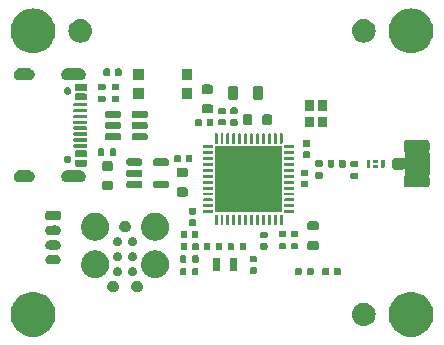
<source format=gbr>
%TF.GenerationSoftware,KiCad,Pcbnew,8.0.1*%
%TF.CreationDate,2024-04-24T20:58:42-04:00*%
%TF.ProjectId,Bluephil,426c7565-7068-4696-9c2e-6b696361645f,rev?*%
%TF.SameCoordinates,PX95ba140PY6dac2c0*%
%TF.FileFunction,Soldermask,Top*%
%TF.FilePolarity,Negative*%
%FSLAX46Y46*%
G04 Gerber Fmt 4.6, Leading zero omitted, Abs format (unit mm)*
G04 Created by KiCad (PCBNEW 8.0.1) date 2024-04-24 20:58:42*
%MOMM*%
%LPD*%
G01*
G04 APERTURE LIST*
G04 APERTURE END LIST*
G36*
X3270398Y4880661D02*
G01*
X3535292Y4823037D01*
X3789289Y4728301D01*
X4027218Y4598382D01*
X4244235Y4435924D01*
X4435924Y4244235D01*
X4598382Y4027218D01*
X4728301Y3789289D01*
X4823037Y3535292D01*
X4880661Y3270398D01*
X4900000Y3000000D01*
X4880661Y2729602D01*
X4823037Y2464708D01*
X4728301Y2210711D01*
X4598382Y1972782D01*
X4435924Y1755765D01*
X4244235Y1564076D01*
X4027218Y1401618D01*
X3789289Y1271699D01*
X3535292Y1176963D01*
X3270398Y1119339D01*
X3000000Y1100000D01*
X2729602Y1119339D01*
X2464708Y1176963D01*
X2210711Y1271699D01*
X1972782Y1401618D01*
X1755765Y1564076D01*
X1564076Y1755765D01*
X1401618Y1972782D01*
X1271699Y2210711D01*
X1176963Y2464708D01*
X1119339Y2729602D01*
X1100000Y3000000D01*
X1119339Y3270398D01*
X1176963Y3535292D01*
X1271699Y3789289D01*
X1401618Y4027218D01*
X1564076Y4244235D01*
X1755765Y4435924D01*
X1972782Y4598382D01*
X2210711Y4728301D01*
X2464708Y4823037D01*
X2729602Y4880661D01*
X3000000Y4900000D01*
X3270398Y4880661D01*
G37*
G36*
X35270398Y4880661D02*
G01*
X35535292Y4823037D01*
X35789289Y4728301D01*
X36027218Y4598382D01*
X36244235Y4435924D01*
X36435924Y4244235D01*
X36598382Y4027218D01*
X36728301Y3789289D01*
X36823037Y3535292D01*
X36880661Y3270398D01*
X36900000Y3000000D01*
X36880661Y2729602D01*
X36823037Y2464708D01*
X36728301Y2210711D01*
X36598382Y1972782D01*
X36435924Y1755765D01*
X36244235Y1564076D01*
X36027218Y1401618D01*
X35789289Y1271699D01*
X35535292Y1176963D01*
X35270398Y1119339D01*
X35000000Y1100000D01*
X34729602Y1119339D01*
X34464708Y1176963D01*
X34210711Y1271699D01*
X33972782Y1401618D01*
X33755765Y1564076D01*
X33564076Y1755765D01*
X33401618Y1972782D01*
X33271699Y2210711D01*
X33176963Y2464708D01*
X33119339Y2729602D01*
X33100000Y3000000D01*
X33119339Y3270398D01*
X33176963Y3535292D01*
X33271699Y3789289D01*
X33401618Y4027218D01*
X33564076Y4244235D01*
X33755765Y4435924D01*
X33972782Y4598382D01*
X34210711Y4728301D01*
X34464708Y4823037D01*
X34729602Y4880661D01*
X35000000Y4900000D01*
X35270398Y4880661D01*
G37*
G36*
X31195090Y3980785D02*
G01*
X31382683Y3923880D01*
X31555570Y3831470D01*
X31707107Y3707107D01*
X31831470Y3555570D01*
X31923880Y3382683D01*
X31980785Y3195090D01*
X32000000Y3000000D01*
X31980785Y2804910D01*
X31923880Y2617317D01*
X31831470Y2444430D01*
X31707107Y2292893D01*
X31555570Y2168530D01*
X31382683Y2076120D01*
X31195090Y2019215D01*
X31000000Y2000000D01*
X30804910Y2019215D01*
X30617317Y2076120D01*
X30444430Y2168530D01*
X30292893Y2292893D01*
X30168530Y2444430D01*
X30076120Y2617317D01*
X30019215Y2804910D01*
X30000000Y3000000D01*
X30019215Y3195090D01*
X30076120Y3382683D01*
X30168530Y3555570D01*
X30292893Y3707107D01*
X30444430Y3831470D01*
X30617317Y3923880D01*
X30804910Y3980785D01*
X31000000Y4000000D01*
X31195090Y3980785D01*
G37*
G36*
X9808197Y5835259D02*
G01*
X9844489Y5835259D01*
X9873986Y5826598D01*
X9902051Y5822903D01*
X9939749Y5807288D01*
X9979755Y5795541D01*
X10000871Y5781971D01*
X10021381Y5773475D01*
X10058959Y5744640D01*
X10098353Y5719323D01*
X10111052Y5704667D01*
X10123847Y5694849D01*
X10157022Y5651615D01*
X10190673Y5612779D01*
X10196334Y5600383D01*
X10202474Y5592381D01*
X10226715Y5533857D01*
X10249237Y5484542D01*
X10250350Y5476798D01*
X10251902Y5473052D01*
X10262898Y5389526D01*
X10269300Y5345000D01*
X10262897Y5300471D01*
X10251902Y5216949D01*
X10250350Y5213204D01*
X10249237Y5205458D01*
X10226713Y5156140D01*
X10202474Y5097619D01*
X10196334Y5089618D01*
X10190673Y5077221D01*
X10157023Y5038388D01*
X10123848Y4995152D01*
X10111053Y4985335D01*
X10098353Y4970677D01*
X10058954Y4945357D01*
X10021381Y4916526D01*
X10000875Y4908033D01*
X9979755Y4894459D01*
X9939741Y4882710D01*
X9902051Y4867098D01*
X9873992Y4863405D01*
X9844489Y4854741D01*
X9808189Y4854741D01*
X9774000Y4850240D01*
X9739811Y4854741D01*
X9703511Y4854741D01*
X9674008Y4863404D01*
X9645948Y4867098D01*
X9608255Y4882711D01*
X9568245Y4894459D01*
X9547125Y4908032D01*
X9526618Y4916526D01*
X9489039Y4945361D01*
X9449647Y4970677D01*
X9436948Y4985333D01*
X9424151Y4995152D01*
X9390967Y5038398D01*
X9357327Y5077221D01*
X9351667Y5089615D01*
X9345525Y5097619D01*
X9321275Y5156163D01*
X9298763Y5205458D01*
X9297649Y5213201D01*
X9296097Y5216949D01*
X9285090Y5300554D01*
X9278700Y5345000D01*
X9285089Y5389444D01*
X9296097Y5473052D01*
X9297650Y5476802D01*
X9298763Y5484542D01*
X9321273Y5533833D01*
X9345525Y5592381D01*
X9351667Y5600386D01*
X9357327Y5612779D01*
X9390963Y5651599D01*
X9424151Y5694849D01*
X9436950Y5704671D01*
X9449647Y5719323D01*
X9489035Y5744637D01*
X9526619Y5773475D01*
X9547128Y5781971D01*
X9568245Y5795541D01*
X9608247Y5807287D01*
X9645948Y5822903D01*
X9674014Y5826598D01*
X9703511Y5835259D01*
X9739803Y5835259D01*
X9774000Y5839761D01*
X9808197Y5835259D01*
G37*
G36*
X11840197Y5835259D02*
G01*
X11876489Y5835259D01*
X11905986Y5826598D01*
X11934051Y5822903D01*
X11971749Y5807288D01*
X12011755Y5795541D01*
X12032871Y5781971D01*
X12053381Y5773475D01*
X12090959Y5744640D01*
X12130353Y5719323D01*
X12143052Y5704667D01*
X12155847Y5694849D01*
X12189022Y5651615D01*
X12222673Y5612779D01*
X12228334Y5600383D01*
X12234474Y5592381D01*
X12258715Y5533857D01*
X12281237Y5484542D01*
X12282350Y5476798D01*
X12283902Y5473052D01*
X12294898Y5389526D01*
X12301300Y5345000D01*
X12294897Y5300471D01*
X12283902Y5216949D01*
X12282350Y5213204D01*
X12281237Y5205458D01*
X12258713Y5156140D01*
X12234474Y5097619D01*
X12228334Y5089618D01*
X12222673Y5077221D01*
X12189023Y5038388D01*
X12155848Y4995152D01*
X12143053Y4985335D01*
X12130353Y4970677D01*
X12090954Y4945357D01*
X12053381Y4916526D01*
X12032875Y4908033D01*
X12011755Y4894459D01*
X11971741Y4882710D01*
X11934051Y4867098D01*
X11905992Y4863405D01*
X11876489Y4854741D01*
X11840189Y4854741D01*
X11806000Y4850240D01*
X11771811Y4854741D01*
X11735511Y4854741D01*
X11706008Y4863404D01*
X11677948Y4867098D01*
X11640255Y4882711D01*
X11600245Y4894459D01*
X11579125Y4908032D01*
X11558618Y4916526D01*
X11521039Y4945361D01*
X11481647Y4970677D01*
X11468948Y4985333D01*
X11456151Y4995152D01*
X11422967Y5038398D01*
X11389327Y5077221D01*
X11383667Y5089615D01*
X11377525Y5097619D01*
X11353275Y5156163D01*
X11330763Y5205458D01*
X11329649Y5213201D01*
X11328097Y5216949D01*
X11317090Y5300554D01*
X11310700Y5345000D01*
X11317089Y5389444D01*
X11328097Y5473052D01*
X11329650Y5476802D01*
X11330763Y5484542D01*
X11353273Y5533833D01*
X11377525Y5592381D01*
X11383667Y5600386D01*
X11389327Y5612779D01*
X11422963Y5651599D01*
X11456151Y5694849D01*
X11468950Y5704671D01*
X11481647Y5719323D01*
X11521035Y5744637D01*
X11558619Y5773475D01*
X11579128Y5781971D01*
X11600245Y5795541D01*
X11640247Y5807287D01*
X11677948Y5822903D01*
X11706014Y5826598D01*
X11735511Y5835259D01*
X11771803Y5835259D01*
X11806000Y5839761D01*
X11840197Y5835259D01*
G37*
G36*
X8305171Y8432385D02*
G01*
X8359564Y8432385D01*
X8407420Y8423440D01*
X8456157Y8419175D01*
X8515983Y8403145D01*
X8574961Y8392120D01*
X8614956Y8376626D01*
X8656050Y8365615D01*
X8718261Y8336606D01*
X8779292Y8312962D01*
X8810795Y8293457D01*
X8843604Y8278157D01*
X8905494Y8234821D01*
X8965598Y8197606D01*
X8988636Y8176604D01*
X9013127Y8159455D01*
X9071708Y8100874D01*
X9127536Y8049980D01*
X9142754Y8029828D01*
X9159454Y8013128D01*
X9211548Y7938729D01*
X9259590Y7875112D01*
X9268196Y7857828D01*
X9278156Y7843604D01*
X9320569Y7752649D01*
X9357264Y7678956D01*
X9360912Y7666135D01*
X9365614Y7656051D01*
X9395236Y7545497D01*
X9417231Y7468193D01*
X9417908Y7460881D01*
X9419174Y7456158D01*
X9433169Y7296188D01*
X9437450Y7250000D01*
X9433169Y7203809D01*
X9419174Y7043843D01*
X9417908Y7039121D01*
X9417231Y7031807D01*
X9395231Y6954488D01*
X9365614Y6843950D01*
X9360912Y6833869D01*
X9357264Y6821044D01*
X9320566Y6747345D01*
X9278156Y6656396D01*
X9268196Y6642174D01*
X9259590Y6624888D01*
X9211543Y6561265D01*
X9159454Y6486873D01*
X9142757Y6470177D01*
X9127536Y6450020D01*
X9071697Y6399117D01*
X9013127Y6340546D01*
X8988641Y6323402D01*
X8965598Y6302394D01*
X8905481Y6265172D01*
X8843604Y6221844D01*
X8810801Y6206549D01*
X8779292Y6187038D01*
X8718248Y6163390D01*
X8656050Y6134386D01*
X8614964Y6123378D01*
X8574961Y6107880D01*
X8515971Y6096853D01*
X8456157Y6080826D01*
X8407430Y6076563D01*
X8359564Y6067615D01*
X8305160Y6067615D01*
X8250000Y6062789D01*
X8194840Y6067615D01*
X8140436Y6067615D01*
X8092570Y6076563D01*
X8043842Y6080826D01*
X7984025Y6096854D01*
X7925039Y6107880D01*
X7885037Y6123377D01*
X7843949Y6134386D01*
X7781745Y6163393D01*
X7720708Y6187038D01*
X7689201Y6206547D01*
X7656395Y6221844D01*
X7594509Y6265177D01*
X7534402Y6302394D01*
X7511361Y6323399D01*
X7486872Y6340546D01*
X7428291Y6399127D01*
X7372464Y6450020D01*
X7357245Y6470173D01*
X7340545Y6486873D01*
X7288442Y6561283D01*
X7240410Y6624888D01*
X7231805Y6642169D01*
X7221843Y6656396D01*
X7179418Y6747377D01*
X7142736Y6821044D01*
X7139088Y6833863D01*
X7134385Y6843950D01*
X7104751Y6954548D01*
X7082769Y7031807D01*
X7082091Y7039116D01*
X7080825Y7043843D01*
X7066812Y7204002D01*
X7062550Y7250000D01*
X7066812Y7295995D01*
X7080825Y7456158D01*
X7082091Y7460887D01*
X7082769Y7468193D01*
X7104746Y7545437D01*
X7134385Y7656051D01*
X7139089Y7666140D01*
X7142736Y7678956D01*
X7179414Y7752617D01*
X7221843Y7843604D01*
X7231805Y7857833D01*
X7240410Y7875112D01*
X7288437Y7938711D01*
X7340545Y8013128D01*
X7357248Y8029832D01*
X7372464Y8049980D01*
X7428280Y8100864D01*
X7486872Y8159455D01*
X7511365Y8176606D01*
X7534402Y8197606D01*
X7594502Y8234819D01*
X7656396Y8278157D01*
X7689205Y8293457D01*
X7720708Y8312962D01*
X7781734Y8336604D01*
X7843949Y8365615D01*
X7885045Y8376627D01*
X7925039Y8392120D01*
X7984013Y8403145D01*
X8043842Y8419175D01*
X8092580Y8423440D01*
X8140436Y8432385D01*
X8194829Y8432385D01*
X8250000Y8437212D01*
X8305171Y8432385D01*
G37*
G36*
X13385171Y8432385D02*
G01*
X13439564Y8432385D01*
X13487420Y8423440D01*
X13536157Y8419175D01*
X13595983Y8403145D01*
X13654961Y8392120D01*
X13694956Y8376626D01*
X13736050Y8365615D01*
X13798261Y8336606D01*
X13859292Y8312962D01*
X13890795Y8293457D01*
X13923604Y8278157D01*
X13985494Y8234821D01*
X14045598Y8197606D01*
X14068636Y8176604D01*
X14093127Y8159455D01*
X14151708Y8100874D01*
X14207536Y8049980D01*
X14222754Y8029828D01*
X14239454Y8013128D01*
X14291548Y7938729D01*
X14339590Y7875112D01*
X14348196Y7857828D01*
X14358156Y7843604D01*
X14400569Y7752649D01*
X14437264Y7678956D01*
X14440912Y7666135D01*
X14445614Y7656051D01*
X14475236Y7545497D01*
X14497231Y7468193D01*
X14497908Y7460881D01*
X14499174Y7456158D01*
X14513169Y7296188D01*
X14517450Y7250000D01*
X14513169Y7203809D01*
X14499174Y7043843D01*
X14497908Y7039121D01*
X14497231Y7031807D01*
X14475231Y6954488D01*
X14445614Y6843950D01*
X14440912Y6833869D01*
X14437264Y6821044D01*
X14400566Y6747345D01*
X14358156Y6656396D01*
X14348196Y6642174D01*
X14339590Y6624888D01*
X14291543Y6561265D01*
X14239454Y6486873D01*
X14222757Y6470177D01*
X14207536Y6450020D01*
X14151697Y6399117D01*
X14093127Y6340546D01*
X14068641Y6323402D01*
X14045598Y6302394D01*
X13985481Y6265172D01*
X13923604Y6221844D01*
X13890801Y6206549D01*
X13859292Y6187038D01*
X13798248Y6163390D01*
X13736050Y6134386D01*
X13694964Y6123378D01*
X13654961Y6107880D01*
X13595971Y6096853D01*
X13536157Y6080826D01*
X13487430Y6076563D01*
X13439564Y6067615D01*
X13385160Y6067615D01*
X13330000Y6062789D01*
X13274840Y6067615D01*
X13220436Y6067615D01*
X13172570Y6076563D01*
X13123842Y6080826D01*
X13064025Y6096854D01*
X13005039Y6107880D01*
X12965037Y6123377D01*
X12923949Y6134386D01*
X12861745Y6163393D01*
X12800708Y6187038D01*
X12769201Y6206547D01*
X12736395Y6221844D01*
X12674509Y6265177D01*
X12614402Y6302394D01*
X12591361Y6323399D01*
X12566872Y6340546D01*
X12508291Y6399127D01*
X12452464Y6450020D01*
X12437245Y6470173D01*
X12420545Y6486873D01*
X12368442Y6561283D01*
X12320410Y6624888D01*
X12311805Y6642169D01*
X12301843Y6656396D01*
X12259418Y6747377D01*
X12222736Y6821044D01*
X12219088Y6833863D01*
X12214385Y6843950D01*
X12184751Y6954548D01*
X12162769Y7031807D01*
X12162091Y7039116D01*
X12160825Y7043843D01*
X12146812Y7204002D01*
X12142550Y7250000D01*
X12146812Y7295995D01*
X12160825Y7456158D01*
X12162091Y7460887D01*
X12162769Y7468193D01*
X12184746Y7545437D01*
X12214385Y7656051D01*
X12219089Y7666140D01*
X12222736Y7678956D01*
X12259414Y7752617D01*
X12301843Y7843604D01*
X12311805Y7857833D01*
X12320410Y7875112D01*
X12368437Y7938711D01*
X12420545Y8013128D01*
X12437248Y8029832D01*
X12452464Y8049980D01*
X12508280Y8100864D01*
X12566872Y8159455D01*
X12591365Y8176606D01*
X12614402Y8197606D01*
X12674502Y8234819D01*
X12736396Y8278157D01*
X12769205Y8293457D01*
X12800708Y8312962D01*
X12861734Y8336604D01*
X12923949Y8365615D01*
X12965045Y8376627D01*
X13005039Y8392120D01*
X13064013Y8403145D01*
X13123842Y8419175D01*
X13172580Y8423440D01*
X13220436Y8432385D01*
X13274829Y8432385D01*
X13330000Y8437212D01*
X13385171Y8432385D01*
G37*
G36*
X10184315Y7004057D02*
G01*
X10210939Y7004057D01*
X10242119Y6994902D01*
X10276660Y6989431D01*
X10298296Y6978407D01*
X10318280Y6972539D01*
X10350685Y6951714D01*
X10386411Y6933510D01*
X10399722Y6920199D01*
X10412397Y6912053D01*
X10441797Y6878124D01*
X10473510Y6846411D01*
X10479551Y6834554D01*
X10485661Y6827503D01*
X10507410Y6779877D01*
X10529431Y6736660D01*
X10530643Y6729004D01*
X10532135Y6725738D01*
X10541726Y6659032D01*
X10548700Y6615000D01*
X10541725Y6570965D01*
X10532135Y6504263D01*
X10530643Y6500998D01*
X10529431Y6493340D01*
X10507406Y6450115D01*
X10485661Y6402498D01*
X10479553Y6395450D01*
X10473510Y6383589D01*
X10441790Y6351870D01*
X10412397Y6317948D01*
X10399725Y6309805D01*
X10386411Y6296490D01*
X10350677Y6278283D01*
X10318280Y6257462D01*
X10298300Y6251596D01*
X10276660Y6240569D01*
X10242117Y6235098D01*
X10210939Y6225943D01*
X10184315Y6225943D01*
X10155000Y6221300D01*
X10125685Y6225943D01*
X10099061Y6225943D01*
X10067882Y6235099D01*
X10033340Y6240569D01*
X10011700Y6251595D01*
X9991719Y6257462D01*
X9959317Y6278286D01*
X9923589Y6296490D01*
X9910276Y6309803D01*
X9897602Y6317948D01*
X9868201Y6351878D01*
X9836490Y6383589D01*
X9830448Y6395447D01*
X9824338Y6402498D01*
X9802583Y6450134D01*
X9780569Y6493340D01*
X9779356Y6500995D01*
X9777864Y6504263D01*
X9768263Y6571034D01*
X9761300Y6615000D01*
X9768263Y6658963D01*
X9777864Y6725738D01*
X9779356Y6729008D01*
X9780569Y6736660D01*
X9802579Y6779858D01*
X9824338Y6827503D01*
X9830449Y6834557D01*
X9836490Y6846411D01*
X9868195Y6878117D01*
X9897602Y6912053D01*
X9910279Y6920201D01*
X9923589Y6933510D01*
X9959310Y6951711D01*
X9991719Y6972539D01*
X10011704Y6978408D01*
X10033340Y6989431D01*
X10067880Y6994902D01*
X10099061Y7004057D01*
X10125685Y7004057D01*
X10155000Y7008700D01*
X10184315Y7004057D01*
G37*
G36*
X11454315Y7004057D02*
G01*
X11480939Y7004057D01*
X11512119Y6994902D01*
X11546660Y6989431D01*
X11568296Y6978407D01*
X11588280Y6972539D01*
X11620685Y6951714D01*
X11656411Y6933510D01*
X11669722Y6920199D01*
X11682397Y6912053D01*
X11711797Y6878124D01*
X11743510Y6846411D01*
X11749551Y6834554D01*
X11755661Y6827503D01*
X11777410Y6779877D01*
X11799431Y6736660D01*
X11800643Y6729004D01*
X11802135Y6725738D01*
X11811726Y6659032D01*
X11818700Y6615000D01*
X11811725Y6570965D01*
X11802135Y6504263D01*
X11800643Y6500998D01*
X11799431Y6493340D01*
X11777406Y6450115D01*
X11755661Y6402498D01*
X11749553Y6395450D01*
X11743510Y6383589D01*
X11711790Y6351870D01*
X11682397Y6317948D01*
X11669725Y6309805D01*
X11656411Y6296490D01*
X11620677Y6278283D01*
X11588280Y6257462D01*
X11568300Y6251596D01*
X11546660Y6240569D01*
X11512117Y6235098D01*
X11480939Y6225943D01*
X11454315Y6225943D01*
X11425000Y6221300D01*
X11395685Y6225943D01*
X11369061Y6225943D01*
X11337882Y6235099D01*
X11303340Y6240569D01*
X11281700Y6251595D01*
X11261719Y6257462D01*
X11229317Y6278286D01*
X11193589Y6296490D01*
X11180276Y6309803D01*
X11167602Y6317948D01*
X11138201Y6351878D01*
X11106490Y6383589D01*
X11100448Y6395447D01*
X11094338Y6402498D01*
X11072583Y6450134D01*
X11050569Y6493340D01*
X11049356Y6500995D01*
X11047864Y6504263D01*
X11038263Y6571034D01*
X11031300Y6615000D01*
X11038263Y6658963D01*
X11047864Y6725738D01*
X11049356Y6729008D01*
X11050569Y6736660D01*
X11072579Y6779858D01*
X11094338Y6827503D01*
X11100449Y6834557D01*
X11106490Y6846411D01*
X11138195Y6878117D01*
X11167602Y6912053D01*
X11180279Y6920201D01*
X11193589Y6933510D01*
X11229310Y6951711D01*
X11261719Y6972539D01*
X11281704Y6978408D01*
X11303340Y6989431D01*
X11337880Y6994902D01*
X11369061Y7004057D01*
X11395685Y7004057D01*
X11425000Y7008700D01*
X11454315Y7004057D01*
G37*
G36*
X25651662Y6934724D02*
G01*
X25695459Y6905459D01*
X25724724Y6861662D01*
X25735000Y6810000D01*
X25735000Y6440000D01*
X25724724Y6388338D01*
X25695459Y6344541D01*
X25651662Y6315276D01*
X25600000Y6305000D01*
X25330000Y6305000D01*
X25278338Y6315276D01*
X25234541Y6344541D01*
X25205276Y6388338D01*
X25195000Y6440000D01*
X25195000Y6810000D01*
X25205276Y6861662D01*
X25234541Y6905459D01*
X25278338Y6934724D01*
X25330000Y6945000D01*
X25600000Y6945000D01*
X25651662Y6934724D01*
G37*
G36*
X26671662Y6934724D02*
G01*
X26715459Y6905459D01*
X26744724Y6861662D01*
X26755000Y6810000D01*
X26755000Y6440000D01*
X26744724Y6388338D01*
X26715459Y6344541D01*
X26671662Y6315276D01*
X26620000Y6305000D01*
X26350000Y6305000D01*
X26298338Y6315276D01*
X26254541Y6344541D01*
X26225276Y6388338D01*
X26215000Y6440000D01*
X26215000Y6810000D01*
X26225276Y6861662D01*
X26254541Y6905459D01*
X26298338Y6934724D01*
X26350000Y6945000D01*
X26620000Y6945000D01*
X26671662Y6934724D01*
G37*
G36*
X27983946Y6933772D02*
G01*
X28031798Y6901798D01*
X28063772Y6853946D01*
X28075000Y6797500D01*
X28075000Y6452500D01*
X28063772Y6396054D01*
X28031798Y6348202D01*
X27983946Y6316228D01*
X27927500Y6305000D01*
X27632500Y6305000D01*
X27576054Y6316228D01*
X27528202Y6348202D01*
X27496228Y6396054D01*
X27485000Y6452500D01*
X27485000Y6797500D01*
X27496228Y6853946D01*
X27528202Y6901798D01*
X27576054Y6933772D01*
X27632500Y6945000D01*
X27927500Y6945000D01*
X27983946Y6933772D01*
G37*
G36*
X28953946Y6933772D02*
G01*
X29001798Y6901798D01*
X29033772Y6853946D01*
X29045000Y6797500D01*
X29045000Y6452500D01*
X29033772Y6396054D01*
X29001798Y6348202D01*
X28953946Y6316228D01*
X28897500Y6305000D01*
X28602500Y6305000D01*
X28546054Y6316228D01*
X28498202Y6348202D01*
X28466228Y6396054D01*
X28455000Y6452500D01*
X28455000Y6797500D01*
X28466228Y6853946D01*
X28498202Y6901798D01*
X28546054Y6933772D01*
X28602500Y6945000D01*
X28897500Y6945000D01*
X28953946Y6933772D01*
G37*
G36*
X15906662Y6939724D02*
G01*
X15950459Y6910459D01*
X15979724Y6866662D01*
X15990000Y6815000D01*
X15990000Y6445000D01*
X15979724Y6393338D01*
X15950459Y6349541D01*
X15906662Y6320276D01*
X15855000Y6310000D01*
X15585000Y6310000D01*
X15533338Y6320276D01*
X15489541Y6349541D01*
X15460276Y6393338D01*
X15450000Y6445000D01*
X15450000Y6815000D01*
X15460276Y6866662D01*
X15489541Y6910459D01*
X15533338Y6939724D01*
X15585000Y6950000D01*
X15855000Y6950000D01*
X15906662Y6939724D01*
G37*
G36*
X16926662Y6939724D02*
G01*
X16970459Y6910459D01*
X16999724Y6866662D01*
X17010000Y6815000D01*
X17010000Y6445000D01*
X16999724Y6393338D01*
X16970459Y6349541D01*
X16926662Y6320276D01*
X16875000Y6310000D01*
X16605000Y6310000D01*
X16553338Y6320276D01*
X16509541Y6349541D01*
X16480276Y6393338D01*
X16470000Y6445000D01*
X16470000Y6815000D01*
X16480276Y6866662D01*
X16509541Y6910459D01*
X16553338Y6939724D01*
X16605000Y6950000D01*
X16875000Y6950000D01*
X16926662Y6939724D01*
G37*
G36*
X21873576Y6989343D02*
G01*
X21918995Y6958995D01*
X21949343Y6913576D01*
X21960000Y6860000D01*
X21960000Y6580000D01*
X21949343Y6526424D01*
X21918995Y6481005D01*
X21873576Y6450657D01*
X21820000Y6440000D01*
X21480000Y6440000D01*
X21426424Y6450657D01*
X21381005Y6481005D01*
X21350657Y6526424D01*
X21340000Y6580000D01*
X21340000Y6860000D01*
X21350657Y6913576D01*
X21381005Y6958995D01*
X21426424Y6989343D01*
X21480000Y7000000D01*
X21820000Y7000000D01*
X21873576Y6989343D01*
G37*
G36*
X18850000Y6695000D02*
G01*
X18250000Y6695000D01*
X18250000Y7795000D01*
X18850000Y7795000D01*
X18850000Y6695000D01*
G37*
G36*
X20250000Y6695000D02*
G01*
X19650000Y6695000D01*
X19650000Y7795000D01*
X20250000Y7795000D01*
X20250000Y6695000D01*
G37*
G36*
X5002210Y8021578D02*
G01*
X5103073Y7994552D01*
X5193505Y7942341D01*
X5267341Y7868505D01*
X5319552Y7778073D01*
X5346578Y7677210D01*
X5346578Y7572790D01*
X5319552Y7471927D01*
X5267341Y7381495D01*
X5193505Y7307659D01*
X5103073Y7255448D01*
X5002210Y7228422D01*
X4450000Y7225000D01*
X4397790Y7228422D01*
X4296927Y7255448D01*
X4206495Y7307659D01*
X4132659Y7381495D01*
X4080448Y7471927D01*
X4053422Y7572790D01*
X4053422Y7677210D01*
X4080448Y7778073D01*
X4132659Y7868505D01*
X4206495Y7942341D01*
X4296927Y7994552D01*
X4397790Y8021578D01*
X4950000Y8025000D01*
X5002210Y8021578D01*
G37*
G36*
X15909162Y7989724D02*
G01*
X15952959Y7960459D01*
X15982224Y7916662D01*
X15992500Y7865000D01*
X15992500Y7495000D01*
X15982224Y7443338D01*
X15952959Y7399541D01*
X15909162Y7370276D01*
X15857500Y7360000D01*
X15587500Y7360000D01*
X15535838Y7370276D01*
X15492041Y7399541D01*
X15462776Y7443338D01*
X15452500Y7495000D01*
X15452500Y7865000D01*
X15462776Y7916662D01*
X15492041Y7960459D01*
X15535838Y7989724D01*
X15587500Y8000000D01*
X15857500Y8000000D01*
X15909162Y7989724D01*
G37*
G36*
X16929162Y7989724D02*
G01*
X16972959Y7960459D01*
X17002224Y7916662D01*
X17012500Y7865000D01*
X17012500Y7495000D01*
X17002224Y7443338D01*
X16972959Y7399541D01*
X16929162Y7370276D01*
X16877500Y7360000D01*
X16607500Y7360000D01*
X16555838Y7370276D01*
X16512041Y7399541D01*
X16482776Y7443338D01*
X16472500Y7495000D01*
X16472500Y7865000D01*
X16482776Y7916662D01*
X16512041Y7960459D01*
X16555838Y7989724D01*
X16607500Y8000000D01*
X16877500Y8000000D01*
X16929162Y7989724D01*
G37*
G36*
X21873576Y7949343D02*
G01*
X21918995Y7918995D01*
X21949343Y7873576D01*
X21960000Y7820000D01*
X21960000Y7540000D01*
X21949343Y7486424D01*
X21918995Y7441005D01*
X21873576Y7410657D01*
X21820000Y7400000D01*
X21480000Y7400000D01*
X21426424Y7410657D01*
X21381005Y7441005D01*
X21350657Y7486424D01*
X21340000Y7540000D01*
X21340000Y7820000D01*
X21350657Y7873576D01*
X21381005Y7918995D01*
X21426424Y7949343D01*
X21480000Y7960000D01*
X21820000Y7960000D01*
X21873576Y7949343D01*
G37*
G36*
X10184315Y8274057D02*
G01*
X10210939Y8274057D01*
X10242119Y8264902D01*
X10276660Y8259431D01*
X10298296Y8248407D01*
X10318280Y8242539D01*
X10350685Y8221714D01*
X10386411Y8203510D01*
X10399722Y8190199D01*
X10412397Y8182053D01*
X10441797Y8148124D01*
X10473510Y8116411D01*
X10479551Y8104554D01*
X10485661Y8097503D01*
X10507410Y8049877D01*
X10529431Y8006660D01*
X10530643Y7999004D01*
X10532135Y7995738D01*
X10541726Y7929032D01*
X10548700Y7885000D01*
X10541725Y7840965D01*
X10532135Y7774263D01*
X10530643Y7770998D01*
X10529431Y7763340D01*
X10507406Y7720115D01*
X10485661Y7672498D01*
X10479553Y7665450D01*
X10473510Y7653589D01*
X10441790Y7621870D01*
X10412397Y7587948D01*
X10399725Y7579805D01*
X10386411Y7566490D01*
X10350677Y7548283D01*
X10318280Y7527462D01*
X10298300Y7521596D01*
X10276660Y7510569D01*
X10242117Y7505098D01*
X10210939Y7495943D01*
X10184315Y7495943D01*
X10155000Y7491300D01*
X10125685Y7495943D01*
X10099061Y7495943D01*
X10067882Y7505099D01*
X10033340Y7510569D01*
X10011700Y7521595D01*
X9991719Y7527462D01*
X9959317Y7548286D01*
X9923589Y7566490D01*
X9910276Y7579803D01*
X9897602Y7587948D01*
X9868201Y7621878D01*
X9836490Y7653589D01*
X9830448Y7665447D01*
X9824338Y7672498D01*
X9802583Y7720134D01*
X9780569Y7763340D01*
X9779356Y7770995D01*
X9777864Y7774263D01*
X9768263Y7841034D01*
X9761300Y7885000D01*
X9768263Y7928963D01*
X9777864Y7995738D01*
X9779356Y7999008D01*
X9780569Y8006660D01*
X9802579Y8049858D01*
X9824338Y8097503D01*
X9830449Y8104557D01*
X9836490Y8116411D01*
X9868195Y8148117D01*
X9897602Y8182053D01*
X9910279Y8190201D01*
X9923589Y8203510D01*
X9959310Y8221711D01*
X9991719Y8242539D01*
X10011704Y8248408D01*
X10033340Y8259431D01*
X10067880Y8264902D01*
X10099061Y8274057D01*
X10125685Y8274057D01*
X10155000Y8278700D01*
X10184315Y8274057D01*
G37*
G36*
X11454315Y8274057D02*
G01*
X11480939Y8274057D01*
X11512119Y8264902D01*
X11546660Y8259431D01*
X11568296Y8248407D01*
X11588280Y8242539D01*
X11620685Y8221714D01*
X11656411Y8203510D01*
X11669722Y8190199D01*
X11682397Y8182053D01*
X11711797Y8148124D01*
X11743510Y8116411D01*
X11749551Y8104554D01*
X11755661Y8097503D01*
X11777410Y8049877D01*
X11799431Y8006660D01*
X11800643Y7999004D01*
X11802135Y7995738D01*
X11811726Y7929032D01*
X11818700Y7885000D01*
X11811725Y7840965D01*
X11802135Y7774263D01*
X11800643Y7770998D01*
X11799431Y7763340D01*
X11777406Y7720115D01*
X11755661Y7672498D01*
X11749553Y7665450D01*
X11743510Y7653589D01*
X11711790Y7621870D01*
X11682397Y7587948D01*
X11669725Y7579805D01*
X11656411Y7566490D01*
X11620677Y7548283D01*
X11588280Y7527462D01*
X11568300Y7521596D01*
X11546660Y7510569D01*
X11512117Y7505098D01*
X11480939Y7495943D01*
X11454315Y7495943D01*
X11425000Y7491300D01*
X11395685Y7495943D01*
X11369061Y7495943D01*
X11337882Y7505099D01*
X11303340Y7510569D01*
X11281700Y7521595D01*
X11261719Y7527462D01*
X11229317Y7548286D01*
X11193589Y7566490D01*
X11180276Y7579803D01*
X11167602Y7587948D01*
X11138201Y7621878D01*
X11106490Y7653589D01*
X11100448Y7665447D01*
X11094338Y7672498D01*
X11072583Y7720134D01*
X11050569Y7763340D01*
X11049356Y7770995D01*
X11047864Y7774263D01*
X11038263Y7841034D01*
X11031300Y7885000D01*
X11038263Y7928963D01*
X11047864Y7995738D01*
X11049356Y7999008D01*
X11050569Y8006660D01*
X11072579Y8049858D01*
X11094338Y8097503D01*
X11100449Y8104557D01*
X11106490Y8116411D01*
X11138195Y8148117D01*
X11167602Y8182053D01*
X11180279Y8190201D01*
X11193589Y8203510D01*
X11229310Y8221711D01*
X11261719Y8242539D01*
X11281704Y8248408D01*
X11303340Y8259431D01*
X11337880Y8264902D01*
X11369061Y8274057D01*
X11395685Y8274057D01*
X11425000Y8278700D01*
X11454315Y8274057D01*
G37*
G36*
X17926662Y9054724D02*
G01*
X17970459Y9025459D01*
X17999724Y8981662D01*
X18010000Y8930000D01*
X18010000Y8560000D01*
X17999724Y8508338D01*
X17970459Y8464541D01*
X17926662Y8435276D01*
X17875000Y8425000D01*
X17605000Y8425000D01*
X17553338Y8435276D01*
X17509541Y8464541D01*
X17480276Y8508338D01*
X17470000Y8560000D01*
X17470000Y8930000D01*
X17480276Y8981662D01*
X17509541Y9025459D01*
X17553338Y9054724D01*
X17605000Y9065000D01*
X17875000Y9065000D01*
X17926662Y9054724D01*
G37*
G36*
X18946662Y9054724D02*
G01*
X18990459Y9025459D01*
X19019724Y8981662D01*
X19030000Y8930000D01*
X19030000Y8560000D01*
X19019724Y8508338D01*
X18990459Y8464541D01*
X18946662Y8435276D01*
X18895000Y8425000D01*
X18625000Y8425000D01*
X18573338Y8435276D01*
X18529541Y8464541D01*
X18500276Y8508338D01*
X18490000Y8560000D01*
X18490000Y8930000D01*
X18500276Y8981662D01*
X18529541Y9025459D01*
X18573338Y9054724D01*
X18625000Y9065000D01*
X18895000Y9065000D01*
X18946662Y9054724D01*
G37*
G36*
X19926662Y9054724D02*
G01*
X19970459Y9025459D01*
X19999724Y8981662D01*
X20010000Y8930000D01*
X20010000Y8560000D01*
X19999724Y8508338D01*
X19970459Y8464541D01*
X19926662Y8435276D01*
X19875000Y8425000D01*
X19605000Y8425000D01*
X19553338Y8435276D01*
X19509541Y8464541D01*
X19480276Y8508338D01*
X19470000Y8560000D01*
X19470000Y8930000D01*
X19480276Y8981662D01*
X19509541Y9025459D01*
X19553338Y9054724D01*
X19605000Y9065000D01*
X19875000Y9065000D01*
X19926662Y9054724D01*
G37*
G36*
X20946662Y9054724D02*
G01*
X20990459Y9025459D01*
X21019724Y8981662D01*
X21030000Y8930000D01*
X21030000Y8560000D01*
X21019724Y8508338D01*
X20990459Y8464541D01*
X20946662Y8435276D01*
X20895000Y8425000D01*
X20625000Y8425000D01*
X20573338Y8435276D01*
X20529541Y8464541D01*
X20500276Y8508338D01*
X20490000Y8560000D01*
X20490000Y8930000D01*
X20500276Y8981662D01*
X20529541Y9025459D01*
X20573338Y9054724D01*
X20625000Y9065000D01*
X20895000Y9065000D01*
X20946662Y9054724D01*
G37*
G36*
X15983576Y9049343D02*
G01*
X16028995Y9018995D01*
X16059343Y8973576D01*
X16070000Y8920000D01*
X16070000Y8580000D01*
X16059343Y8526424D01*
X16028995Y8481005D01*
X15983576Y8450657D01*
X15930000Y8440000D01*
X15650000Y8440000D01*
X15596424Y8450657D01*
X15551005Y8481005D01*
X15520657Y8526424D01*
X15510000Y8580000D01*
X15510000Y8920000D01*
X15520657Y8973576D01*
X15551005Y9018995D01*
X15596424Y9049343D01*
X15650000Y9060000D01*
X15930000Y9060000D01*
X15983576Y9049343D01*
G37*
G36*
X16943576Y9049343D02*
G01*
X16988995Y9018995D01*
X17019343Y8973576D01*
X17030000Y8920000D01*
X17030000Y8580000D01*
X17019343Y8526424D01*
X16988995Y8481005D01*
X16943576Y8450657D01*
X16890000Y8440000D01*
X16610000Y8440000D01*
X16556424Y8450657D01*
X16511005Y8481005D01*
X16480657Y8526424D01*
X16470000Y8580000D01*
X16470000Y8920000D01*
X16480657Y8973576D01*
X16511005Y9018995D01*
X16556424Y9049343D01*
X16610000Y9060000D01*
X16890000Y9060000D01*
X16943576Y9049343D01*
G37*
G36*
X27051537Y9234776D02*
G01*
X27116421Y9191421D01*
X27159776Y9126537D01*
X27175000Y9050000D01*
X27175000Y8650000D01*
X27159776Y8573463D01*
X27116421Y8508579D01*
X27051537Y8465224D01*
X26975000Y8450000D01*
X26425000Y8450000D01*
X26348463Y8465224D01*
X26283579Y8508579D01*
X26240224Y8573463D01*
X26225000Y8650000D01*
X26225000Y9050000D01*
X26240224Y9126537D01*
X26283579Y9191421D01*
X26348463Y9234776D01*
X26425000Y9250000D01*
X26975000Y9250000D01*
X27051537Y9234776D01*
G37*
G36*
X5002210Y9271578D02*
G01*
X5103073Y9244552D01*
X5193505Y9192341D01*
X5267341Y9118505D01*
X5319552Y9028073D01*
X5346578Y8927210D01*
X5346578Y8822790D01*
X5319552Y8721927D01*
X5267341Y8631495D01*
X5193505Y8557659D01*
X5103073Y8505448D01*
X5002210Y8478422D01*
X4450000Y8475000D01*
X4397790Y8478422D01*
X4296927Y8505448D01*
X4206495Y8557659D01*
X4132659Y8631495D01*
X4080448Y8721927D01*
X4053422Y8822790D01*
X4053422Y8927210D01*
X4080448Y9028073D01*
X4132659Y9118505D01*
X4206495Y9192341D01*
X4296927Y9244552D01*
X4397790Y9271578D01*
X4950000Y9275000D01*
X5002210Y9271578D01*
G37*
G36*
X22773576Y9039343D02*
G01*
X22818995Y9008995D01*
X22849343Y8963576D01*
X22860000Y8910000D01*
X22860000Y8630000D01*
X22849343Y8576424D01*
X22818995Y8531005D01*
X22773576Y8500657D01*
X22720000Y8490000D01*
X22380000Y8490000D01*
X22326424Y8500657D01*
X22281005Y8531005D01*
X22250657Y8576424D01*
X22240000Y8630000D01*
X22240000Y8910000D01*
X22250657Y8963576D01*
X22281005Y9008995D01*
X22326424Y9039343D01*
X22380000Y9050000D01*
X22720000Y9050000D01*
X22773576Y9039343D01*
G37*
G36*
X24361662Y9024724D02*
G01*
X24405459Y8995459D01*
X24434724Y8951662D01*
X24445000Y8900000D01*
X24445000Y8630000D01*
X24434724Y8578338D01*
X24405459Y8534541D01*
X24361662Y8505276D01*
X24310000Y8495000D01*
X23940000Y8495000D01*
X23888338Y8505276D01*
X23844541Y8534541D01*
X23815276Y8578338D01*
X23805000Y8630000D01*
X23805000Y8900000D01*
X23815276Y8951662D01*
X23844541Y8995459D01*
X23888338Y9024724D01*
X23940000Y9035000D01*
X24310000Y9035000D01*
X24361662Y9024724D01*
G37*
G36*
X25361662Y9024724D02*
G01*
X25405459Y8995459D01*
X25434724Y8951662D01*
X25445000Y8900000D01*
X25445000Y8630000D01*
X25434724Y8578338D01*
X25405459Y8534541D01*
X25361662Y8505276D01*
X25310000Y8495000D01*
X24940000Y8495000D01*
X24888338Y8505276D01*
X24844541Y8534541D01*
X24815276Y8578338D01*
X24805000Y8630000D01*
X24805000Y8900000D01*
X24815276Y8951662D01*
X24844541Y8995459D01*
X24888338Y9024724D01*
X24940000Y9035000D01*
X25310000Y9035000D01*
X25361662Y9024724D01*
G37*
G36*
X10184315Y9544057D02*
G01*
X10210939Y9544057D01*
X10242119Y9534902D01*
X10276660Y9529431D01*
X10298296Y9518407D01*
X10318280Y9512539D01*
X10350685Y9491714D01*
X10386411Y9473510D01*
X10399722Y9460199D01*
X10412397Y9452053D01*
X10441797Y9418124D01*
X10473510Y9386411D01*
X10479551Y9374554D01*
X10485661Y9367503D01*
X10507410Y9319877D01*
X10529431Y9276660D01*
X10530643Y9269004D01*
X10532135Y9265738D01*
X10541726Y9199032D01*
X10548700Y9155000D01*
X10541725Y9110965D01*
X10532135Y9044263D01*
X10530643Y9040998D01*
X10529431Y9033340D01*
X10507406Y8990115D01*
X10485661Y8942498D01*
X10479553Y8935450D01*
X10473510Y8923589D01*
X10441790Y8891870D01*
X10412397Y8857948D01*
X10399725Y8849805D01*
X10386411Y8836490D01*
X10350677Y8818283D01*
X10318280Y8797462D01*
X10298300Y8791596D01*
X10276660Y8780569D01*
X10242117Y8775098D01*
X10210939Y8765943D01*
X10184315Y8765943D01*
X10155000Y8761300D01*
X10125685Y8765943D01*
X10099061Y8765943D01*
X10067882Y8775099D01*
X10033340Y8780569D01*
X10011700Y8791595D01*
X9991719Y8797462D01*
X9959317Y8818286D01*
X9923589Y8836490D01*
X9910276Y8849803D01*
X9897602Y8857948D01*
X9868201Y8891878D01*
X9836490Y8923589D01*
X9830448Y8935447D01*
X9824338Y8942498D01*
X9802583Y8990134D01*
X9780569Y9033340D01*
X9779356Y9040995D01*
X9777864Y9044263D01*
X9768263Y9111034D01*
X9761300Y9155000D01*
X9768263Y9198963D01*
X9777864Y9265738D01*
X9779356Y9269008D01*
X9780569Y9276660D01*
X9802579Y9319858D01*
X9824338Y9367503D01*
X9830449Y9374557D01*
X9836490Y9386411D01*
X9868195Y9418117D01*
X9897602Y9452053D01*
X9910279Y9460201D01*
X9923589Y9473510D01*
X9959310Y9491711D01*
X9991719Y9512539D01*
X10011704Y9518408D01*
X10033340Y9529431D01*
X10067880Y9534902D01*
X10099061Y9544057D01*
X10125685Y9544057D01*
X10155000Y9548700D01*
X10184315Y9544057D01*
G37*
G36*
X11454315Y9544057D02*
G01*
X11480939Y9544057D01*
X11512119Y9534902D01*
X11546660Y9529431D01*
X11568296Y9518407D01*
X11588280Y9512539D01*
X11620685Y9491714D01*
X11656411Y9473510D01*
X11669722Y9460199D01*
X11682397Y9452053D01*
X11711797Y9418124D01*
X11743510Y9386411D01*
X11749551Y9374554D01*
X11755661Y9367503D01*
X11777410Y9319877D01*
X11799431Y9276660D01*
X11800643Y9269004D01*
X11802135Y9265738D01*
X11811726Y9199032D01*
X11818700Y9155000D01*
X11811725Y9110965D01*
X11802135Y9044263D01*
X11800643Y9040998D01*
X11799431Y9033340D01*
X11777406Y8990115D01*
X11755661Y8942498D01*
X11749553Y8935450D01*
X11743510Y8923589D01*
X11711790Y8891870D01*
X11682397Y8857948D01*
X11669725Y8849805D01*
X11656411Y8836490D01*
X11620677Y8818283D01*
X11588280Y8797462D01*
X11568300Y8791596D01*
X11546660Y8780569D01*
X11512117Y8775098D01*
X11480939Y8765943D01*
X11454315Y8765943D01*
X11425000Y8761300D01*
X11395685Y8765943D01*
X11369061Y8765943D01*
X11337882Y8775099D01*
X11303340Y8780569D01*
X11281700Y8791595D01*
X11261719Y8797462D01*
X11229317Y8818286D01*
X11193589Y8836490D01*
X11180276Y8849803D01*
X11167602Y8857948D01*
X11138201Y8891878D01*
X11106490Y8923589D01*
X11100448Y8935447D01*
X11094338Y8942498D01*
X11072583Y8990134D01*
X11050569Y9033340D01*
X11049356Y9040995D01*
X11047864Y9044263D01*
X11038263Y9111034D01*
X11031300Y9155000D01*
X11038263Y9198963D01*
X11047864Y9265738D01*
X11049356Y9269008D01*
X11050569Y9276660D01*
X11072579Y9319858D01*
X11094338Y9367503D01*
X11100449Y9374557D01*
X11106490Y9386411D01*
X11138195Y9418117D01*
X11167602Y9452053D01*
X11180279Y9460201D01*
X11193589Y9473510D01*
X11229310Y9491711D01*
X11261719Y9512539D01*
X11281704Y9518408D01*
X11303340Y9529431D01*
X11337880Y9534902D01*
X11369061Y9544057D01*
X11395685Y9544057D01*
X11425000Y9548700D01*
X11454315Y9544057D01*
G37*
G36*
X8305171Y11607385D02*
G01*
X8359564Y11607385D01*
X8407420Y11598440D01*
X8456157Y11594175D01*
X8515983Y11578145D01*
X8574961Y11567120D01*
X8614956Y11551626D01*
X8656050Y11540615D01*
X8718261Y11511606D01*
X8779292Y11487962D01*
X8810795Y11468457D01*
X8843604Y11453157D01*
X8905494Y11409821D01*
X8965598Y11372606D01*
X8988636Y11351604D01*
X9013127Y11334455D01*
X9071708Y11275874D01*
X9127536Y11224980D01*
X9142754Y11204828D01*
X9159454Y11188128D01*
X9211548Y11113729D01*
X9259590Y11050112D01*
X9268196Y11032828D01*
X9278156Y11018604D01*
X9320569Y10927649D01*
X9357264Y10853956D01*
X9360912Y10841135D01*
X9365614Y10831051D01*
X9395236Y10720497D01*
X9417231Y10643193D01*
X9417908Y10635881D01*
X9419174Y10631158D01*
X9433169Y10471188D01*
X9437450Y10425000D01*
X9433169Y10378809D01*
X9419174Y10218843D01*
X9417908Y10214121D01*
X9417231Y10206807D01*
X9395231Y10129488D01*
X9365614Y10018950D01*
X9360912Y10008869D01*
X9357264Y9996044D01*
X9320566Y9922345D01*
X9278156Y9831396D01*
X9268196Y9817174D01*
X9259590Y9799888D01*
X9211543Y9736265D01*
X9159454Y9661873D01*
X9142757Y9645177D01*
X9127536Y9625020D01*
X9071697Y9574117D01*
X9013127Y9515546D01*
X8988641Y9498402D01*
X8965598Y9477394D01*
X8905481Y9440172D01*
X8843604Y9396844D01*
X8810801Y9381549D01*
X8779292Y9362038D01*
X8718248Y9338390D01*
X8656050Y9309386D01*
X8614964Y9298378D01*
X8574961Y9282880D01*
X8515971Y9271853D01*
X8456157Y9255826D01*
X8407430Y9251563D01*
X8359564Y9242615D01*
X8305160Y9242615D01*
X8250000Y9237789D01*
X8194840Y9242615D01*
X8140436Y9242615D01*
X8092570Y9251563D01*
X8043842Y9255826D01*
X7984025Y9271854D01*
X7925039Y9282880D01*
X7885037Y9298377D01*
X7843949Y9309386D01*
X7781745Y9338393D01*
X7720708Y9362038D01*
X7689201Y9381547D01*
X7656395Y9396844D01*
X7594509Y9440177D01*
X7534402Y9477394D01*
X7511361Y9498399D01*
X7486872Y9515546D01*
X7428291Y9574127D01*
X7372464Y9625020D01*
X7357245Y9645173D01*
X7340545Y9661873D01*
X7288442Y9736283D01*
X7240410Y9799888D01*
X7231805Y9817169D01*
X7221843Y9831396D01*
X7179418Y9922377D01*
X7142736Y9996044D01*
X7139088Y10008863D01*
X7134385Y10018950D01*
X7104751Y10129548D01*
X7082769Y10206807D01*
X7082091Y10214116D01*
X7080825Y10218843D01*
X7066812Y10379002D01*
X7062550Y10425000D01*
X7066812Y10470995D01*
X7080825Y10631158D01*
X7082091Y10635887D01*
X7082769Y10643193D01*
X7104746Y10720437D01*
X7134385Y10831051D01*
X7139089Y10841140D01*
X7142736Y10853956D01*
X7179414Y10927617D01*
X7221843Y11018604D01*
X7231805Y11032833D01*
X7240410Y11050112D01*
X7288437Y11113711D01*
X7340545Y11188128D01*
X7357248Y11204832D01*
X7372464Y11224980D01*
X7428280Y11275864D01*
X7486872Y11334455D01*
X7511365Y11351606D01*
X7534402Y11372606D01*
X7594502Y11409819D01*
X7656396Y11453157D01*
X7689205Y11468457D01*
X7720708Y11487962D01*
X7781734Y11511604D01*
X7843949Y11540615D01*
X7885045Y11551627D01*
X7925039Y11567120D01*
X7984013Y11578145D01*
X8043842Y11594175D01*
X8092580Y11598440D01*
X8140436Y11607385D01*
X8194829Y11607385D01*
X8250000Y11612212D01*
X8305171Y11607385D01*
G37*
G36*
X13385171Y11607385D02*
G01*
X13439564Y11607385D01*
X13487420Y11598440D01*
X13536157Y11594175D01*
X13595983Y11578145D01*
X13654961Y11567120D01*
X13694956Y11551626D01*
X13736050Y11540615D01*
X13798261Y11511606D01*
X13859292Y11487962D01*
X13890795Y11468457D01*
X13923604Y11453157D01*
X13985494Y11409821D01*
X14045598Y11372606D01*
X14068636Y11351604D01*
X14093127Y11334455D01*
X14151708Y11275874D01*
X14207536Y11224980D01*
X14222754Y11204828D01*
X14239454Y11188128D01*
X14291548Y11113729D01*
X14339590Y11050112D01*
X14348196Y11032828D01*
X14358156Y11018604D01*
X14400569Y10927649D01*
X14437264Y10853956D01*
X14440912Y10841135D01*
X14445614Y10831051D01*
X14475236Y10720497D01*
X14497231Y10643193D01*
X14497908Y10635881D01*
X14499174Y10631158D01*
X14513169Y10471188D01*
X14517450Y10425000D01*
X14513169Y10378809D01*
X14499174Y10218843D01*
X14497908Y10214121D01*
X14497231Y10206807D01*
X14475231Y10129488D01*
X14445614Y10018950D01*
X14440912Y10008869D01*
X14437264Y9996044D01*
X14400566Y9922345D01*
X14358156Y9831396D01*
X14348196Y9817174D01*
X14339590Y9799888D01*
X14291543Y9736265D01*
X14239454Y9661873D01*
X14222757Y9645177D01*
X14207536Y9625020D01*
X14151697Y9574117D01*
X14093127Y9515546D01*
X14068641Y9498402D01*
X14045598Y9477394D01*
X13985481Y9440172D01*
X13923604Y9396844D01*
X13890801Y9381549D01*
X13859292Y9362038D01*
X13798248Y9338390D01*
X13736050Y9309386D01*
X13694964Y9298378D01*
X13654961Y9282880D01*
X13595971Y9271853D01*
X13536157Y9255826D01*
X13487430Y9251563D01*
X13439564Y9242615D01*
X13385160Y9242615D01*
X13330000Y9237789D01*
X13274840Y9242615D01*
X13220436Y9242615D01*
X13172570Y9251563D01*
X13123842Y9255826D01*
X13064025Y9271854D01*
X13005039Y9282880D01*
X12965037Y9298377D01*
X12923949Y9309386D01*
X12861745Y9338393D01*
X12800708Y9362038D01*
X12769201Y9381547D01*
X12736395Y9396844D01*
X12674509Y9440177D01*
X12614402Y9477394D01*
X12591361Y9498399D01*
X12566872Y9515546D01*
X12508291Y9574127D01*
X12452464Y9625020D01*
X12437245Y9645173D01*
X12420545Y9661873D01*
X12368442Y9736283D01*
X12320410Y9799888D01*
X12311805Y9817169D01*
X12301843Y9831396D01*
X12259418Y9922377D01*
X12222736Y9996044D01*
X12219088Y10008863D01*
X12214385Y10018950D01*
X12184751Y10129548D01*
X12162769Y10206807D01*
X12162091Y10214116D01*
X12160825Y10218843D01*
X12146812Y10379002D01*
X12142550Y10425000D01*
X12146812Y10470995D01*
X12160825Y10631158D01*
X12162091Y10635887D01*
X12162769Y10643193D01*
X12184746Y10720437D01*
X12214385Y10831051D01*
X12219089Y10841140D01*
X12222736Y10853956D01*
X12259414Y10927617D01*
X12301843Y11018604D01*
X12311805Y11032833D01*
X12320410Y11050112D01*
X12368437Y11113711D01*
X12420545Y11188128D01*
X12437248Y11204832D01*
X12452464Y11224980D01*
X12508280Y11275864D01*
X12566872Y11334455D01*
X12591365Y11351606D01*
X12614402Y11372606D01*
X12674502Y11409819D01*
X12736396Y11453157D01*
X12769205Y11468457D01*
X12800708Y11487962D01*
X12861734Y11511604D01*
X12923949Y11540615D01*
X12965045Y11551627D01*
X13005039Y11567120D01*
X13064013Y11578145D01*
X13123842Y11594175D01*
X13172580Y11598440D01*
X13220436Y11607385D01*
X13274829Y11607385D01*
X13330000Y11612212D01*
X13385171Y11607385D01*
G37*
G36*
X15963576Y10049343D02*
G01*
X16008995Y10018995D01*
X16039343Y9973576D01*
X16050000Y9920000D01*
X16050000Y9580000D01*
X16039343Y9526424D01*
X16008995Y9481005D01*
X15963576Y9450657D01*
X15910000Y9440000D01*
X15630000Y9440000D01*
X15576424Y9450657D01*
X15531005Y9481005D01*
X15500657Y9526424D01*
X15490000Y9580000D01*
X15490000Y9920000D01*
X15500657Y9973576D01*
X15531005Y10018995D01*
X15576424Y10049343D01*
X15630000Y10060000D01*
X15910000Y10060000D01*
X15963576Y10049343D01*
G37*
G36*
X16923576Y10049343D02*
G01*
X16968995Y10018995D01*
X16999343Y9973576D01*
X17010000Y9920000D01*
X17010000Y9580000D01*
X16999343Y9526424D01*
X16968995Y9481005D01*
X16923576Y9450657D01*
X16870000Y9440000D01*
X16590000Y9440000D01*
X16536424Y9450657D01*
X16491005Y9481005D01*
X16460657Y9526424D01*
X16450000Y9580000D01*
X16450000Y9920000D01*
X16460657Y9973576D01*
X16491005Y10018995D01*
X16536424Y10049343D01*
X16590000Y10060000D01*
X16870000Y10060000D01*
X16923576Y10049343D01*
G37*
G36*
X22773576Y9999343D02*
G01*
X22818995Y9968995D01*
X22849343Y9923576D01*
X22860000Y9870000D01*
X22860000Y9590000D01*
X22849343Y9536424D01*
X22818995Y9491005D01*
X22773576Y9460657D01*
X22720000Y9450000D01*
X22380000Y9450000D01*
X22326424Y9460657D01*
X22281005Y9491005D01*
X22250657Y9536424D01*
X22240000Y9590000D01*
X22240000Y9870000D01*
X22250657Y9923576D01*
X22281005Y9968995D01*
X22326424Y9999343D01*
X22380000Y10010000D01*
X22720000Y10010000D01*
X22773576Y9999343D01*
G37*
G36*
X24361662Y10044724D02*
G01*
X24405459Y10015459D01*
X24434724Y9971662D01*
X24445000Y9920000D01*
X24445000Y9650000D01*
X24434724Y9598338D01*
X24405459Y9554541D01*
X24361662Y9525276D01*
X24310000Y9515000D01*
X23940000Y9515000D01*
X23888338Y9525276D01*
X23844541Y9554541D01*
X23815276Y9598338D01*
X23805000Y9650000D01*
X23805000Y9920000D01*
X23815276Y9971662D01*
X23844541Y10015459D01*
X23888338Y10044724D01*
X23940000Y10055000D01*
X24310000Y10055000D01*
X24361662Y10044724D01*
G37*
G36*
X25361662Y10044724D02*
G01*
X25405459Y10015459D01*
X25434724Y9971662D01*
X25445000Y9920000D01*
X25445000Y9650000D01*
X25434724Y9598338D01*
X25405459Y9554541D01*
X25361662Y9525276D01*
X25310000Y9515000D01*
X24940000Y9515000D01*
X24888338Y9525276D01*
X24844541Y9554541D01*
X24815276Y9598338D01*
X24805000Y9650000D01*
X24805000Y9920000D01*
X24815276Y9971662D01*
X24844541Y10015459D01*
X24888338Y10044724D01*
X24940000Y10055000D01*
X25310000Y10055000D01*
X25361662Y10044724D01*
G37*
G36*
X5002210Y10521578D02*
G01*
X5103073Y10494552D01*
X5193505Y10442341D01*
X5267341Y10368505D01*
X5319552Y10278073D01*
X5346578Y10177210D01*
X5346578Y10072790D01*
X5319552Y9971927D01*
X5267341Y9881495D01*
X5193505Y9807659D01*
X5103073Y9755448D01*
X5002210Y9728422D01*
X4450000Y9725000D01*
X4397790Y9728422D01*
X4296927Y9755448D01*
X4206495Y9807659D01*
X4132659Y9881495D01*
X4080448Y9971927D01*
X4053422Y10072790D01*
X4053422Y10177210D01*
X4080448Y10278073D01*
X4132659Y10368505D01*
X4206495Y10442341D01*
X4296927Y10494552D01*
X4397790Y10521578D01*
X4950000Y10525000D01*
X5002210Y10521578D01*
G37*
G36*
X10824197Y10915259D02*
G01*
X10860489Y10915259D01*
X10889986Y10906598D01*
X10918051Y10902903D01*
X10955749Y10887288D01*
X10995755Y10875541D01*
X11016871Y10861971D01*
X11037381Y10853475D01*
X11074959Y10824640D01*
X11114353Y10799323D01*
X11127052Y10784667D01*
X11139847Y10774849D01*
X11173022Y10731615D01*
X11206673Y10692779D01*
X11212334Y10680383D01*
X11218474Y10672381D01*
X11242715Y10613857D01*
X11265237Y10564542D01*
X11266350Y10556798D01*
X11267902Y10553052D01*
X11278898Y10469526D01*
X11285300Y10425000D01*
X11278897Y10380471D01*
X11267902Y10296949D01*
X11266350Y10293204D01*
X11265237Y10285458D01*
X11242713Y10236140D01*
X11218474Y10177619D01*
X11212334Y10169618D01*
X11206673Y10157221D01*
X11173023Y10118388D01*
X11139848Y10075152D01*
X11127053Y10065335D01*
X11114353Y10050677D01*
X11074954Y10025357D01*
X11037381Y9996526D01*
X11016875Y9988033D01*
X10995755Y9974459D01*
X10955741Y9962710D01*
X10918051Y9947098D01*
X10889992Y9943405D01*
X10860489Y9934741D01*
X10824189Y9934741D01*
X10790000Y9930240D01*
X10755811Y9934741D01*
X10719511Y9934741D01*
X10690008Y9943404D01*
X10661948Y9947098D01*
X10624255Y9962711D01*
X10584245Y9974459D01*
X10563125Y9988032D01*
X10542618Y9996526D01*
X10505039Y10025361D01*
X10465647Y10050677D01*
X10452948Y10065333D01*
X10440151Y10075152D01*
X10406967Y10118398D01*
X10373327Y10157221D01*
X10367667Y10169615D01*
X10361525Y10177619D01*
X10337275Y10236163D01*
X10314763Y10285458D01*
X10313649Y10293201D01*
X10312097Y10296949D01*
X10301090Y10380554D01*
X10294700Y10425000D01*
X10301089Y10469444D01*
X10312097Y10553052D01*
X10313650Y10556802D01*
X10314763Y10564542D01*
X10337273Y10613833D01*
X10361525Y10672381D01*
X10367667Y10680386D01*
X10373327Y10692779D01*
X10406963Y10731599D01*
X10440151Y10774849D01*
X10452950Y10784671D01*
X10465647Y10799323D01*
X10505035Y10824637D01*
X10542619Y10853475D01*
X10563128Y10861971D01*
X10584245Y10875541D01*
X10624247Y10887287D01*
X10661948Y10902903D01*
X10690014Y10906598D01*
X10719511Y10915259D01*
X10755803Y10915259D01*
X10790000Y10919761D01*
X10824197Y10915259D01*
G37*
G36*
X27051537Y10884776D02*
G01*
X27116421Y10841421D01*
X27159776Y10776537D01*
X27175000Y10700000D01*
X27175000Y10300000D01*
X27159776Y10223463D01*
X27116421Y10158579D01*
X27051537Y10115224D01*
X26975000Y10100000D01*
X26425000Y10100000D01*
X26348463Y10115224D01*
X26283579Y10158579D01*
X26240224Y10223463D01*
X26225000Y10300000D01*
X26225000Y10700000D01*
X26240224Y10776537D01*
X26283579Y10841421D01*
X26348463Y10884776D01*
X26425000Y10900000D01*
X26975000Y10900000D01*
X27051537Y10884776D01*
G37*
G36*
X16723576Y11039343D02*
G01*
X16768995Y11008995D01*
X16799343Y10963576D01*
X16810000Y10910000D01*
X16810000Y10630000D01*
X16799343Y10576424D01*
X16768995Y10531005D01*
X16723576Y10500657D01*
X16670000Y10490000D01*
X16330000Y10490000D01*
X16276424Y10500657D01*
X16231005Y10531005D01*
X16200657Y10576424D01*
X16190000Y10630000D01*
X16190000Y10910000D01*
X16200657Y10963576D01*
X16231005Y11008995D01*
X16276424Y11039343D01*
X16330000Y11050000D01*
X16670000Y11050000D01*
X16723576Y11039343D01*
G37*
G36*
X18586418Y11432742D02*
G01*
X18606694Y11419194D01*
X18620242Y11398918D01*
X18625000Y11375000D01*
X18625000Y10625000D01*
X18620242Y10601082D01*
X18606694Y10580806D01*
X18586418Y10567258D01*
X18562500Y10562500D01*
X18437500Y10562500D01*
X18413582Y10567258D01*
X18393306Y10580806D01*
X18379758Y10601082D01*
X18375000Y10625000D01*
X18375000Y11375000D01*
X18379758Y11398918D01*
X18393306Y11419194D01*
X18413582Y11432742D01*
X18437500Y11437500D01*
X18562500Y11437500D01*
X18586418Y11432742D01*
G37*
G36*
X19086418Y11432742D02*
G01*
X19106694Y11419194D01*
X19120242Y11398918D01*
X19125000Y11375000D01*
X19125000Y10625000D01*
X19120242Y10601082D01*
X19106694Y10580806D01*
X19086418Y10567258D01*
X19062500Y10562500D01*
X18937500Y10562500D01*
X18913582Y10567258D01*
X18893306Y10580806D01*
X18879758Y10601082D01*
X18875000Y10625000D01*
X18875000Y11375000D01*
X18879758Y11398918D01*
X18893306Y11419194D01*
X18913582Y11432742D01*
X18937500Y11437500D01*
X19062500Y11437500D01*
X19086418Y11432742D01*
G37*
G36*
X19586418Y11432742D02*
G01*
X19606694Y11419194D01*
X19620242Y11398918D01*
X19625000Y11375000D01*
X19625000Y10625000D01*
X19620242Y10601082D01*
X19606694Y10580806D01*
X19586418Y10567258D01*
X19562500Y10562500D01*
X19437500Y10562500D01*
X19413582Y10567258D01*
X19393306Y10580806D01*
X19379758Y10601082D01*
X19375000Y10625000D01*
X19375000Y11375000D01*
X19379758Y11398918D01*
X19393306Y11419194D01*
X19413582Y11432742D01*
X19437500Y11437500D01*
X19562500Y11437500D01*
X19586418Y11432742D01*
G37*
G36*
X20086418Y11432742D02*
G01*
X20106694Y11419194D01*
X20120242Y11398918D01*
X20125000Y11375000D01*
X20125000Y10625000D01*
X20120242Y10601082D01*
X20106694Y10580806D01*
X20086418Y10567258D01*
X20062500Y10562500D01*
X19937500Y10562500D01*
X19913582Y10567258D01*
X19893306Y10580806D01*
X19879758Y10601082D01*
X19875000Y10625000D01*
X19875000Y11375000D01*
X19879758Y11398918D01*
X19893306Y11419194D01*
X19913582Y11432742D01*
X19937500Y11437500D01*
X20062500Y11437500D01*
X20086418Y11432742D01*
G37*
G36*
X20586418Y11432742D02*
G01*
X20606694Y11419194D01*
X20620242Y11398918D01*
X20625000Y11375000D01*
X20625000Y10625000D01*
X20620242Y10601082D01*
X20606694Y10580806D01*
X20586418Y10567258D01*
X20562500Y10562500D01*
X20437500Y10562500D01*
X20413582Y10567258D01*
X20393306Y10580806D01*
X20379758Y10601082D01*
X20375000Y10625000D01*
X20375000Y11375000D01*
X20379758Y11398918D01*
X20393306Y11419194D01*
X20413582Y11432742D01*
X20437500Y11437500D01*
X20562500Y11437500D01*
X20586418Y11432742D01*
G37*
G36*
X21086418Y11432742D02*
G01*
X21106694Y11419194D01*
X21120242Y11398918D01*
X21125000Y11375000D01*
X21125000Y10625000D01*
X21120242Y10601082D01*
X21106694Y10580806D01*
X21086418Y10567258D01*
X21062500Y10562500D01*
X20937500Y10562500D01*
X20913582Y10567258D01*
X20893306Y10580806D01*
X20879758Y10601082D01*
X20875000Y10625000D01*
X20875000Y11375000D01*
X20879758Y11398918D01*
X20893306Y11419194D01*
X20913582Y11432742D01*
X20937500Y11437500D01*
X21062500Y11437500D01*
X21086418Y11432742D01*
G37*
G36*
X21586418Y11432742D02*
G01*
X21606694Y11419194D01*
X21620242Y11398918D01*
X21625000Y11375000D01*
X21625000Y10625000D01*
X21620242Y10601082D01*
X21606694Y10580806D01*
X21586418Y10567258D01*
X21562500Y10562500D01*
X21437500Y10562500D01*
X21413582Y10567258D01*
X21393306Y10580806D01*
X21379758Y10601082D01*
X21375000Y10625000D01*
X21375000Y11375000D01*
X21379758Y11398918D01*
X21393306Y11419194D01*
X21413582Y11432742D01*
X21437500Y11437500D01*
X21562500Y11437500D01*
X21586418Y11432742D01*
G37*
G36*
X22086418Y11432742D02*
G01*
X22106694Y11419194D01*
X22120242Y11398918D01*
X22125000Y11375000D01*
X22125000Y10625000D01*
X22120242Y10601082D01*
X22106694Y10580806D01*
X22086418Y10567258D01*
X22062500Y10562500D01*
X21937500Y10562500D01*
X21913582Y10567258D01*
X21893306Y10580806D01*
X21879758Y10601082D01*
X21875000Y10625000D01*
X21875000Y11375000D01*
X21879758Y11398918D01*
X21893306Y11419194D01*
X21913582Y11432742D01*
X21937500Y11437500D01*
X22062500Y11437500D01*
X22086418Y11432742D01*
G37*
G36*
X22586418Y11432742D02*
G01*
X22606694Y11419194D01*
X22620242Y11398918D01*
X22625000Y11375000D01*
X22625000Y10625000D01*
X22620242Y10601082D01*
X22606694Y10580806D01*
X22586418Y10567258D01*
X22562500Y10562500D01*
X22437500Y10562500D01*
X22413582Y10567258D01*
X22393306Y10580806D01*
X22379758Y10601082D01*
X22375000Y10625000D01*
X22375000Y11375000D01*
X22379758Y11398918D01*
X22393306Y11419194D01*
X22413582Y11432742D01*
X22437500Y11437500D01*
X22562500Y11437500D01*
X22586418Y11432742D01*
G37*
G36*
X23086418Y11432742D02*
G01*
X23106694Y11419194D01*
X23120242Y11398918D01*
X23125000Y11375000D01*
X23125000Y10625000D01*
X23120242Y10601082D01*
X23106694Y10580806D01*
X23086418Y10567258D01*
X23062500Y10562500D01*
X22937500Y10562500D01*
X22913582Y10567258D01*
X22893306Y10580806D01*
X22879758Y10601082D01*
X22875000Y10625000D01*
X22875000Y11375000D01*
X22879758Y11398918D01*
X22893306Y11419194D01*
X22913582Y11432742D01*
X22937500Y11437500D01*
X23062500Y11437500D01*
X23086418Y11432742D01*
G37*
G36*
X23586418Y11432742D02*
G01*
X23606694Y11419194D01*
X23620242Y11398918D01*
X23625000Y11375000D01*
X23625000Y10625000D01*
X23620242Y10601082D01*
X23606694Y10580806D01*
X23586418Y10567258D01*
X23562500Y10562500D01*
X23437500Y10562500D01*
X23413582Y10567258D01*
X23393306Y10580806D01*
X23379758Y10601082D01*
X23375000Y10625000D01*
X23375000Y11375000D01*
X23379758Y11398918D01*
X23393306Y11419194D01*
X23413582Y11432742D01*
X23437500Y11437500D01*
X23562500Y11437500D01*
X23586418Y11432742D01*
G37*
G36*
X24086418Y11432742D02*
G01*
X24106694Y11419194D01*
X24120242Y11398918D01*
X24125000Y11375000D01*
X24125000Y10625000D01*
X24120242Y10601082D01*
X24106694Y10580806D01*
X24086418Y10567258D01*
X24062500Y10562500D01*
X23937500Y10562500D01*
X23913582Y10567258D01*
X23893306Y10580806D01*
X23879758Y10601082D01*
X23875000Y10625000D01*
X23875000Y11375000D01*
X23879758Y11398918D01*
X23893306Y11419194D01*
X23913582Y11432742D01*
X23937500Y11437500D01*
X24062500Y11437500D01*
X24086418Y11432742D01*
G37*
G36*
X5226537Y11759776D02*
G01*
X5291421Y11716421D01*
X5334776Y11651537D01*
X5350000Y11575000D01*
X5350000Y11175000D01*
X5334776Y11098463D01*
X5291421Y11033579D01*
X5226537Y10990224D01*
X5150000Y10975000D01*
X4250000Y10975000D01*
X4173463Y10990224D01*
X4108579Y11033579D01*
X4065224Y11098463D01*
X4050000Y11175000D01*
X4050000Y11575000D01*
X4065224Y11651537D01*
X4108579Y11716421D01*
X4173463Y11759776D01*
X4250000Y11775000D01*
X5150000Y11775000D01*
X5226537Y11759776D01*
G37*
G36*
X16723576Y11999343D02*
G01*
X16768995Y11968995D01*
X16799343Y11923576D01*
X16810000Y11870000D01*
X16810000Y11590000D01*
X16799343Y11536424D01*
X16768995Y11491005D01*
X16723576Y11460657D01*
X16670000Y11450000D01*
X16330000Y11450000D01*
X16276424Y11460657D01*
X16231005Y11491005D01*
X16200657Y11536424D01*
X16190000Y11590000D01*
X16190000Y11870000D01*
X16200657Y11923576D01*
X16231005Y11968995D01*
X16276424Y11999343D01*
X16330000Y12010000D01*
X16670000Y12010000D01*
X16723576Y11999343D01*
G37*
G36*
X18211418Y11807742D02*
G01*
X18231694Y11794194D01*
X18245242Y11773918D01*
X18250000Y11750000D01*
X18250000Y11625000D01*
X18245242Y11601082D01*
X18231694Y11580806D01*
X18211418Y11567258D01*
X18187500Y11562500D01*
X17437500Y11562500D01*
X17413582Y11567258D01*
X17393306Y11580806D01*
X17379758Y11601082D01*
X17375000Y11625000D01*
X17375000Y11750000D01*
X17379758Y11773918D01*
X17393306Y11794194D01*
X17413582Y11807742D01*
X17437500Y11812500D01*
X18187500Y11812500D01*
X18211418Y11807742D01*
G37*
G36*
X25086418Y11807742D02*
G01*
X25106694Y11794194D01*
X25120242Y11773918D01*
X25125000Y11750000D01*
X25125000Y11625000D01*
X25120242Y11601082D01*
X25106694Y11580806D01*
X25086418Y11567258D01*
X25062500Y11562500D01*
X24312500Y11562500D01*
X24288582Y11567258D01*
X24268306Y11580806D01*
X24254758Y11601082D01*
X24250000Y11625000D01*
X24250000Y11750000D01*
X24254758Y11773918D01*
X24268306Y11794194D01*
X24288582Y11807742D01*
X24312500Y11812500D01*
X25062500Y11812500D01*
X25086418Y11807742D01*
G37*
G36*
X24050000Y11637500D02*
G01*
X18450000Y11637500D01*
X18450000Y17237500D01*
X24050000Y17237500D01*
X24050000Y11637500D01*
G37*
G36*
X18211418Y12307742D02*
G01*
X18231694Y12294194D01*
X18245242Y12273918D01*
X18250000Y12250000D01*
X18250000Y12125000D01*
X18245242Y12101082D01*
X18231694Y12080806D01*
X18211418Y12067258D01*
X18187500Y12062500D01*
X17437500Y12062500D01*
X17413582Y12067258D01*
X17393306Y12080806D01*
X17379758Y12101082D01*
X17375000Y12125000D01*
X17375000Y12250000D01*
X17379758Y12273918D01*
X17393306Y12294194D01*
X17413582Y12307742D01*
X17437500Y12312500D01*
X18187500Y12312500D01*
X18211418Y12307742D01*
G37*
G36*
X25086418Y12307742D02*
G01*
X25106694Y12294194D01*
X25120242Y12273918D01*
X25125000Y12250000D01*
X25125000Y12125000D01*
X25120242Y12101082D01*
X25106694Y12080806D01*
X25086418Y12067258D01*
X25062500Y12062500D01*
X24312500Y12062500D01*
X24288582Y12067258D01*
X24268306Y12080806D01*
X24254758Y12101082D01*
X24250000Y12125000D01*
X24250000Y12250000D01*
X24254758Y12273918D01*
X24268306Y12294194D01*
X24288582Y12307742D01*
X24312500Y12312500D01*
X25062500Y12312500D01*
X25086418Y12307742D01*
G37*
G36*
X18211418Y12807742D02*
G01*
X18231694Y12794194D01*
X18245242Y12773918D01*
X18250000Y12750000D01*
X18250000Y12625000D01*
X18245242Y12601082D01*
X18231694Y12580806D01*
X18211418Y12567258D01*
X18187500Y12562500D01*
X17437500Y12562500D01*
X17413582Y12567258D01*
X17393306Y12580806D01*
X17379758Y12601082D01*
X17375000Y12625000D01*
X17375000Y12750000D01*
X17379758Y12773918D01*
X17393306Y12794194D01*
X17413582Y12807742D01*
X17437500Y12812500D01*
X18187500Y12812500D01*
X18211418Y12807742D01*
G37*
G36*
X25086418Y12807742D02*
G01*
X25106694Y12794194D01*
X25120242Y12773918D01*
X25125000Y12750000D01*
X25125000Y12625000D01*
X25120242Y12601082D01*
X25106694Y12580806D01*
X25086418Y12567258D01*
X25062500Y12562500D01*
X24312500Y12562500D01*
X24288582Y12567258D01*
X24268306Y12580806D01*
X24254758Y12601082D01*
X24250000Y12625000D01*
X24250000Y12750000D01*
X24254758Y12773918D01*
X24268306Y12794194D01*
X24288582Y12807742D01*
X24312500Y12812500D01*
X25062500Y12812500D01*
X25086418Y12807742D01*
G37*
G36*
X15976537Y13759776D02*
G01*
X16041421Y13716421D01*
X16084776Y13651537D01*
X16100000Y13575000D01*
X16100000Y13175000D01*
X16084776Y13098463D01*
X16041421Y13033579D01*
X15976537Y12990224D01*
X15900000Y12975000D01*
X15350000Y12975000D01*
X15273463Y12990224D01*
X15208579Y13033579D01*
X15165224Y13098463D01*
X15150000Y13175000D01*
X15150000Y13575000D01*
X15165224Y13651537D01*
X15208579Y13716421D01*
X15273463Y13759776D01*
X15350000Y13775000D01*
X15900000Y13775000D01*
X15976537Y13759776D01*
G37*
G36*
X18211418Y13307742D02*
G01*
X18231694Y13294194D01*
X18245242Y13273918D01*
X18250000Y13250000D01*
X18250000Y13125000D01*
X18245242Y13101082D01*
X18231694Y13080806D01*
X18211418Y13067258D01*
X18187500Y13062500D01*
X17437500Y13062500D01*
X17413582Y13067258D01*
X17393306Y13080806D01*
X17379758Y13101082D01*
X17375000Y13125000D01*
X17375000Y13250000D01*
X17379758Y13273918D01*
X17393306Y13294194D01*
X17413582Y13307742D01*
X17437500Y13312500D01*
X18187500Y13312500D01*
X18211418Y13307742D01*
G37*
G36*
X25086418Y13307742D02*
G01*
X25106694Y13294194D01*
X25120242Y13273918D01*
X25125000Y13250000D01*
X25125000Y13125000D01*
X25120242Y13101082D01*
X25106694Y13080806D01*
X25086418Y13067258D01*
X25062500Y13062500D01*
X24312500Y13062500D01*
X24288582Y13067258D01*
X24268306Y13080806D01*
X24254758Y13101082D01*
X24250000Y13125000D01*
X24250000Y13250000D01*
X24254758Y13273918D01*
X24268306Y13294194D01*
X24288582Y13307742D01*
X24312500Y13312500D01*
X25062500Y13312500D01*
X25086418Y13307742D01*
G37*
G36*
X9651537Y14309776D02*
G01*
X9716421Y14266421D01*
X9759776Y14201537D01*
X9775000Y14125000D01*
X9775000Y13725000D01*
X9759776Y13648463D01*
X9716421Y13583579D01*
X9651537Y13540224D01*
X9575000Y13525000D01*
X9025000Y13525000D01*
X8948463Y13540224D01*
X8883579Y13583579D01*
X8840224Y13648463D01*
X8825000Y13725000D01*
X8825000Y14125000D01*
X8840224Y14201537D01*
X8883579Y14266421D01*
X8948463Y14309776D01*
X9025000Y14325000D01*
X9575000Y14325000D01*
X9651537Y14309776D01*
G37*
G36*
X18211418Y13807742D02*
G01*
X18231694Y13794194D01*
X18245242Y13773918D01*
X18250000Y13750000D01*
X18250000Y13625000D01*
X18245242Y13601082D01*
X18231694Y13580806D01*
X18211418Y13567258D01*
X18187500Y13562500D01*
X17437500Y13562500D01*
X17413582Y13567258D01*
X17393306Y13580806D01*
X17379758Y13601082D01*
X17375000Y13625000D01*
X17375000Y13750000D01*
X17379758Y13773918D01*
X17393306Y13794194D01*
X17413582Y13807742D01*
X17437500Y13812500D01*
X18187500Y13812500D01*
X18211418Y13807742D01*
G37*
G36*
X25086418Y13807742D02*
G01*
X25106694Y13794194D01*
X25120242Y13773918D01*
X25125000Y13750000D01*
X25125000Y13625000D01*
X25120242Y13601082D01*
X25106694Y13580806D01*
X25086418Y13567258D01*
X25062500Y13562500D01*
X24312500Y13562500D01*
X24288582Y13567258D01*
X24268306Y13580806D01*
X24254758Y13601082D01*
X24250000Y13625000D01*
X24250000Y13750000D01*
X24254758Y13773918D01*
X24268306Y13794194D01*
X24288582Y13807742D01*
X24312500Y13812500D01*
X25062500Y13812500D01*
X25086418Y13807742D01*
G37*
G36*
X12144903Y14288582D02*
G01*
X12193566Y14256066D01*
X12226082Y14207403D01*
X12237500Y14150000D01*
X12237500Y13850000D01*
X12226082Y13792597D01*
X12193566Y13743934D01*
X12144903Y13711418D01*
X12087500Y13700000D01*
X11062500Y13700000D01*
X11005097Y13711418D01*
X10956434Y13743934D01*
X10923918Y13792597D01*
X10912500Y13850000D01*
X10912500Y14150000D01*
X10923918Y14207403D01*
X10956434Y14256066D01*
X11005097Y14288582D01*
X11062500Y14300000D01*
X12087500Y14300000D01*
X12144903Y14288582D01*
G37*
G36*
X14419903Y14288582D02*
G01*
X14468566Y14256066D01*
X14501082Y14207403D01*
X14512500Y14150000D01*
X14512500Y13850000D01*
X14501082Y13792597D01*
X14468566Y13743934D01*
X14419903Y13711418D01*
X14362500Y13700000D01*
X13337500Y13700000D01*
X13280097Y13711418D01*
X13231434Y13743934D01*
X13198918Y13792597D01*
X13187500Y13850000D01*
X13187500Y14150000D01*
X13198918Y14207403D01*
X13231434Y14256066D01*
X13280097Y14288582D01*
X13337500Y14300000D01*
X14362500Y14300000D01*
X14419903Y14288582D01*
G37*
G36*
X26223576Y14289343D02*
G01*
X26268995Y14258995D01*
X26299343Y14213576D01*
X26310000Y14160000D01*
X26310000Y13880000D01*
X26299343Y13826424D01*
X26268995Y13781005D01*
X26223576Y13750657D01*
X26170000Y13740000D01*
X25830000Y13740000D01*
X25776424Y13750657D01*
X25731005Y13781005D01*
X25700657Y13826424D01*
X25690000Y13880000D01*
X25690000Y14160000D01*
X25700657Y14213576D01*
X25731005Y14258995D01*
X25776424Y14289343D01*
X25830000Y14300000D01*
X26170000Y14300000D01*
X26223576Y14289343D01*
G37*
G36*
X36333013Y17748406D02*
G01*
X36388186Y17741143D01*
X36402065Y17734671D01*
X36420671Y17730970D01*
X36445316Y17714503D01*
X36467841Y17703999D01*
X36481543Y17690297D01*
X36501777Y17676777D01*
X36515296Y17656544D01*
X36528998Y17642842D01*
X36539500Y17620320D01*
X36555970Y17595671D01*
X36559671Y17577064D01*
X36566142Y17563187D01*
X36573403Y17508026D01*
X36575000Y17500000D01*
X36575000Y16950000D01*
X36573403Y16941972D01*
X36566142Y16886814D01*
X36559671Y16872939D01*
X36555970Y16854329D01*
X36539499Y16829679D01*
X36528999Y16807161D01*
X36515301Y16793465D01*
X36501777Y16773223D01*
X36489738Y16765180D01*
X36520975Y16690000D01*
X36575000Y16690000D01*
X36575000Y14810000D01*
X36514322Y14810000D01*
X36484676Y14738204D01*
X36501777Y14726777D01*
X36515297Y14706543D01*
X36528998Y14692842D01*
X36539500Y14670320D01*
X36555970Y14645671D01*
X36559671Y14627064D01*
X36566142Y14613187D01*
X36573403Y14558026D01*
X36575000Y14550000D01*
X36575000Y14000000D01*
X36573403Y13991972D01*
X36566142Y13936814D01*
X36559671Y13922939D01*
X36555970Y13904329D01*
X36539498Y13879679D01*
X36528998Y13857159D01*
X36515298Y13843460D01*
X36501777Y13823223D01*
X36481540Y13809702D01*
X36467841Y13796002D01*
X36445321Y13785502D01*
X36420671Y13769030D01*
X36402061Y13765329D01*
X36388186Y13758858D01*
X36333026Y13751597D01*
X36325000Y13750000D01*
X34625000Y13750000D01*
X34616973Y13751597D01*
X34561813Y13758858D01*
X34547936Y13765329D01*
X34529329Y13769030D01*
X34504680Y13785500D01*
X34482158Y13796002D01*
X34468456Y13809704D01*
X34448223Y13823223D01*
X34434703Y13843457D01*
X34421001Y13857159D01*
X34410497Y13879684D01*
X34394030Y13904329D01*
X34390329Y13922935D01*
X34383857Y13936814D01*
X34376593Y13991988D01*
X34375000Y14000000D01*
X34375000Y14550000D01*
X34376593Y14558012D01*
X34383857Y14613187D01*
X34390329Y14627067D01*
X34394030Y14645671D01*
X34410497Y14670317D01*
X34421001Y14692841D01*
X34434703Y14706544D01*
X34448223Y14726777D01*
X34468456Y14740297D01*
X34480267Y14752107D01*
X34489784Y14775165D01*
X34489697Y14810000D01*
X34485000Y14810000D01*
X34485000Y15309121D01*
X34412380Y15339093D01*
X34401777Y15323223D01*
X34381535Y15309699D01*
X34367840Y15296002D01*
X34345323Y15285503D01*
X34320671Y15269030D01*
X34302061Y15265329D01*
X34288186Y15258858D01*
X34233026Y15251597D01*
X34225000Y15250000D01*
X33675000Y15250000D01*
X33666973Y15251597D01*
X33611813Y15258858D01*
X33597936Y15265329D01*
X33579329Y15269030D01*
X33554680Y15285500D01*
X33532158Y15296002D01*
X33518456Y15309704D01*
X33498223Y15323223D01*
X33484703Y15343457D01*
X33471001Y15357159D01*
X33460497Y15379684D01*
X33444030Y15404329D01*
X33440329Y15422935D01*
X33433857Y15436814D01*
X33426593Y15491988D01*
X33425000Y15500000D01*
X33425000Y16000000D01*
X33426593Y16008012D01*
X33433857Y16063187D01*
X33440329Y16077068D01*
X33444030Y16095671D01*
X33460496Y16120315D01*
X33471001Y16142842D01*
X33484705Y16156547D01*
X33498223Y16176777D01*
X33518453Y16190295D01*
X33532158Y16203999D01*
X33554685Y16214504D01*
X33579329Y16230970D01*
X33597932Y16234671D01*
X33611813Y16241143D01*
X33666989Y16248407D01*
X33675000Y16250000D01*
X34225000Y16250000D01*
X34233013Y16248406D01*
X34288186Y16241143D01*
X34302065Y16234671D01*
X34320671Y16230970D01*
X34345316Y16214503D01*
X34367841Y16203999D01*
X34381542Y16190298D01*
X34401777Y16176777D01*
X34410642Y16163509D01*
X34485000Y16194419D01*
X34485000Y16690000D01*
X34486224Y16690000D01*
X34491377Y16715913D01*
X34482288Y16745873D01*
X34468458Y16759702D01*
X34448223Y16773223D01*
X34434702Y16793458D01*
X34421001Y16807159D01*
X34410497Y16829684D01*
X34394030Y16854329D01*
X34390329Y16872935D01*
X34383857Y16886814D01*
X34376593Y16941988D01*
X34375000Y16950000D01*
X34375000Y17500000D01*
X34376593Y17508012D01*
X34383857Y17563187D01*
X34390329Y17577068D01*
X34394030Y17595671D01*
X34410496Y17620315D01*
X34421001Y17642842D01*
X34434705Y17656547D01*
X34448223Y17676777D01*
X34468453Y17690295D01*
X34482158Y17703999D01*
X34504685Y17714504D01*
X34529329Y17730970D01*
X34547932Y17734671D01*
X34561813Y17741143D01*
X34616989Y17748407D01*
X34625000Y17750000D01*
X36325000Y17750000D01*
X36333013Y17748406D01*
G37*
G36*
X18211418Y14307742D02*
G01*
X18231694Y14294194D01*
X18245242Y14273918D01*
X18250000Y14250000D01*
X18250000Y14125000D01*
X18245242Y14101082D01*
X18231694Y14080806D01*
X18211418Y14067258D01*
X18187500Y14062500D01*
X17437500Y14062500D01*
X17413582Y14067258D01*
X17393306Y14080806D01*
X17379758Y14101082D01*
X17375000Y14125000D01*
X17375000Y14250000D01*
X17379758Y14273918D01*
X17393306Y14294194D01*
X17413582Y14307742D01*
X17437500Y14312500D01*
X18187500Y14312500D01*
X18211418Y14307742D01*
G37*
G36*
X25086418Y14307742D02*
G01*
X25106694Y14294194D01*
X25120242Y14273918D01*
X25125000Y14250000D01*
X25125000Y14125000D01*
X25120242Y14101082D01*
X25106694Y14080806D01*
X25086418Y14067258D01*
X25062500Y14062500D01*
X24312500Y14062500D01*
X24288582Y14067258D01*
X24268306Y14080806D01*
X24254758Y14101082D01*
X24250000Y14125000D01*
X24250000Y14250000D01*
X24254758Y14273918D01*
X24268306Y14294194D01*
X24288582Y14307742D01*
X24312500Y14312500D01*
X25062500Y14312500D01*
X25086418Y14307742D01*
G37*
G36*
X2710263Y15183722D02*
G01*
X2836342Y15149940D01*
X2949381Y15084677D01*
X3041677Y14992381D01*
X3106940Y14879342D01*
X3140722Y14753263D01*
X3140722Y14622737D01*
X3106940Y14496658D01*
X3041677Y14383619D01*
X2949381Y14291323D01*
X2836342Y14226060D01*
X2710263Y14192278D01*
X1845000Y14188000D01*
X1779737Y14192278D01*
X1653658Y14226060D01*
X1540619Y14291323D01*
X1448323Y14383619D01*
X1383060Y14496658D01*
X1349278Y14622737D01*
X1349278Y14753263D01*
X1383060Y14879342D01*
X1448323Y14992381D01*
X1540619Y15084677D01*
X1653658Y15149940D01*
X1779737Y15183722D01*
X2645000Y15188000D01*
X2710263Y15183722D01*
G37*
G36*
X7040263Y15183722D02*
G01*
X7166342Y15149940D01*
X7279381Y15084677D01*
X7371677Y14992381D01*
X7436940Y14879342D01*
X7470722Y14753263D01*
X7470722Y14622737D01*
X7436940Y14496658D01*
X7371677Y14383619D01*
X7279381Y14291323D01*
X7166342Y14226060D01*
X7040263Y14192278D01*
X5875000Y14188000D01*
X5809737Y14192278D01*
X5683658Y14226060D01*
X5570619Y14291323D01*
X5478323Y14383619D01*
X5413060Y14496658D01*
X5379278Y14622737D01*
X5379278Y14753263D01*
X5413060Y14879342D01*
X5478323Y14992381D01*
X5570619Y15084677D01*
X5683658Y15149940D01*
X5809737Y15183722D01*
X6972947Y15187993D01*
X6973078Y15187993D01*
X6975000Y15188000D01*
X7040263Y15183722D01*
G37*
G36*
X30436662Y14989724D02*
G01*
X30480459Y14960459D01*
X30509724Y14916662D01*
X30520000Y14865000D01*
X30520000Y14595000D01*
X30509724Y14543338D01*
X30480459Y14499541D01*
X30436662Y14470276D01*
X30385000Y14460000D01*
X30015000Y14460000D01*
X29963338Y14470276D01*
X29919541Y14499541D01*
X29890276Y14543338D01*
X29880000Y14595000D01*
X29880000Y14865000D01*
X29890276Y14916662D01*
X29919541Y14960459D01*
X29963338Y14989724D01*
X30015000Y15000000D01*
X30385000Y15000000D01*
X30436662Y14989724D01*
G37*
G36*
X27436662Y15009724D02*
G01*
X27480459Y14980459D01*
X27509724Y14936662D01*
X27520000Y14885000D01*
X27520000Y14615000D01*
X27509724Y14563338D01*
X27480459Y14519541D01*
X27436662Y14490276D01*
X27385000Y14480000D01*
X27015000Y14480000D01*
X26963338Y14490276D01*
X26919541Y14519541D01*
X26890276Y14563338D01*
X26880000Y14615000D01*
X26880000Y14885000D01*
X26890276Y14936662D01*
X26919541Y14980459D01*
X26963338Y15009724D01*
X27015000Y15020000D01*
X27385000Y15020000D01*
X27436662Y15009724D01*
G37*
G36*
X18211418Y14807742D02*
G01*
X18231694Y14794194D01*
X18245242Y14773918D01*
X18250000Y14750000D01*
X18250000Y14625000D01*
X18245242Y14601082D01*
X18231694Y14580806D01*
X18211418Y14567258D01*
X18187500Y14562500D01*
X17437500Y14562500D01*
X17413582Y14567258D01*
X17393306Y14580806D01*
X17379758Y14601082D01*
X17375000Y14625000D01*
X17375000Y14750000D01*
X17379758Y14773918D01*
X17393306Y14794194D01*
X17413582Y14807742D01*
X17437500Y14812500D01*
X18187500Y14812500D01*
X18211418Y14807742D01*
G37*
G36*
X25086418Y14807742D02*
G01*
X25106694Y14794194D01*
X25120242Y14773918D01*
X25125000Y14750000D01*
X25125000Y14625000D01*
X25120242Y14601082D01*
X25106694Y14580806D01*
X25086418Y14567258D01*
X25062500Y14562500D01*
X24312500Y14562500D01*
X24288582Y14567258D01*
X24268306Y14580806D01*
X24254758Y14601082D01*
X24250000Y14625000D01*
X24250000Y14750000D01*
X24254758Y14773918D01*
X24268306Y14794194D01*
X24288582Y14807742D01*
X24312500Y14812500D01*
X25062500Y14812500D01*
X25086418Y14807742D01*
G37*
G36*
X15976537Y15409776D02*
G01*
X16041421Y15366421D01*
X16084776Y15301537D01*
X16100000Y15225000D01*
X16100000Y14825000D01*
X16084776Y14748463D01*
X16041421Y14683579D01*
X15976537Y14640224D01*
X15900000Y14625000D01*
X15350000Y14625000D01*
X15273463Y14640224D01*
X15208579Y14683579D01*
X15165224Y14748463D01*
X15150000Y14825000D01*
X15150000Y15225000D01*
X15165224Y15301537D01*
X15208579Y15366421D01*
X15273463Y15409776D01*
X15350000Y15425000D01*
X15900000Y15425000D01*
X15976537Y15409776D01*
G37*
G36*
X12144903Y15238582D02*
G01*
X12193566Y15206066D01*
X12226082Y15157403D01*
X12237500Y15100000D01*
X12237500Y14800000D01*
X12226082Y14742597D01*
X12193566Y14693934D01*
X12144903Y14661418D01*
X12087500Y14650000D01*
X11062500Y14650000D01*
X11005097Y14661418D01*
X10956434Y14693934D01*
X10923918Y14742597D01*
X10912500Y14800000D01*
X10912500Y15100000D01*
X10923918Y15157403D01*
X10956434Y15206066D01*
X11005097Y15238582D01*
X11062500Y15250000D01*
X12087500Y15250000D01*
X12144903Y15238582D01*
G37*
G36*
X26223576Y15249343D02*
G01*
X26268995Y15218995D01*
X26299343Y15173576D01*
X26310000Y15120000D01*
X26310000Y14840000D01*
X26299343Y14786424D01*
X26268995Y14741005D01*
X26223576Y14710657D01*
X26170000Y14700000D01*
X25830000Y14700000D01*
X25776424Y14710657D01*
X25731005Y14741005D01*
X25700657Y14786424D01*
X25690000Y14840000D01*
X25690000Y15120000D01*
X25700657Y15173576D01*
X25731005Y15218995D01*
X25776424Y15249343D01*
X25830000Y15260000D01*
X26170000Y15260000D01*
X26223576Y15249343D01*
G37*
G36*
X18211418Y15307742D02*
G01*
X18231694Y15294194D01*
X18245242Y15273918D01*
X18250000Y15250000D01*
X18250000Y15125000D01*
X18245242Y15101082D01*
X18231694Y15080806D01*
X18211418Y15067258D01*
X18187500Y15062500D01*
X17437500Y15062500D01*
X17413582Y15067258D01*
X17393306Y15080806D01*
X17379758Y15101082D01*
X17375000Y15125000D01*
X17375000Y15250000D01*
X17379758Y15273918D01*
X17393306Y15294194D01*
X17413582Y15307742D01*
X17437500Y15312500D01*
X18187500Y15312500D01*
X18211418Y15307742D01*
G37*
G36*
X25086418Y15307742D02*
G01*
X25106694Y15294194D01*
X25120242Y15273918D01*
X25125000Y15250000D01*
X25125000Y15125000D01*
X25120242Y15101082D01*
X25106694Y15080806D01*
X25086418Y15067258D01*
X25062500Y15062500D01*
X24312500Y15062500D01*
X24288582Y15067258D01*
X24268306Y15080806D01*
X24254758Y15101082D01*
X24250000Y15125000D01*
X24250000Y15250000D01*
X24254758Y15273918D01*
X24268306Y15294194D01*
X24288582Y15307742D01*
X24312500Y15312500D01*
X25062500Y15312500D01*
X25086418Y15307742D01*
G37*
G36*
X9651537Y15959776D02*
G01*
X9716421Y15916421D01*
X9759776Y15851537D01*
X9775000Y15775000D01*
X9775000Y15375000D01*
X9759776Y15298463D01*
X9716421Y15233579D01*
X9651537Y15190224D01*
X9575000Y15175000D01*
X9025000Y15175000D01*
X8948463Y15190224D01*
X8883579Y15233579D01*
X8840224Y15298463D01*
X8825000Y15375000D01*
X8825000Y15775000D01*
X8840224Y15851537D01*
X8883579Y15916421D01*
X8948463Y15959776D01*
X9025000Y15975000D01*
X9575000Y15975000D01*
X9651537Y15959776D01*
G37*
G36*
X31495059Y16094767D02*
G01*
X31517364Y16079864D01*
X31532267Y16057559D01*
X31537500Y16031250D01*
X31537500Y15468750D01*
X31532267Y15442441D01*
X31517364Y15420136D01*
X31495059Y15405233D01*
X31468750Y15400000D01*
X31331250Y15400000D01*
X31304941Y15405233D01*
X31282636Y15420136D01*
X31267733Y15442441D01*
X31262500Y15468750D01*
X31262500Y16031250D01*
X31267733Y16057559D01*
X31282636Y16079864D01*
X31304941Y16094767D01*
X31331250Y16100000D01*
X31468750Y16100000D01*
X31495059Y16094767D01*
G37*
G36*
X32199689Y15640338D02*
G01*
X32219560Y15627060D01*
X32232838Y15607189D01*
X32237500Y15583750D01*
X32237500Y15461250D01*
X32232838Y15437811D01*
X32219560Y15417940D01*
X32199689Y15404662D01*
X32176250Y15400000D01*
X31848750Y15400000D01*
X31825311Y15404662D01*
X31805440Y15417940D01*
X31792162Y15437811D01*
X31787500Y15461250D01*
X31787500Y15583750D01*
X31792162Y15607189D01*
X31805440Y15627060D01*
X31825311Y15640338D01*
X31848750Y15645000D01*
X32176250Y15645000D01*
X32199689Y15640338D01*
G37*
G36*
X32720059Y16094767D02*
G01*
X32742364Y16079864D01*
X32757267Y16057559D01*
X32762500Y16031250D01*
X32762500Y15468750D01*
X32757267Y15442441D01*
X32742364Y15420136D01*
X32720059Y15405233D01*
X32693750Y15400000D01*
X32556250Y15400000D01*
X32529941Y15405233D01*
X32507636Y15420136D01*
X32492733Y15442441D01*
X32487500Y15468750D01*
X32487500Y16031250D01*
X32492733Y16057559D01*
X32507636Y16079864D01*
X32529941Y16094767D01*
X32556250Y16100000D01*
X32693750Y16100000D01*
X32720059Y16094767D01*
G37*
G36*
X28433946Y16058772D02*
G01*
X28481798Y16026798D01*
X28513772Y15978946D01*
X28525000Y15922500D01*
X28525000Y15577500D01*
X28513772Y15521054D01*
X28481798Y15473202D01*
X28433946Y15441228D01*
X28377500Y15430000D01*
X28082500Y15430000D01*
X28026054Y15441228D01*
X27978202Y15473202D01*
X27946228Y15521054D01*
X27935000Y15577500D01*
X27935000Y15922500D01*
X27946228Y15978946D01*
X27978202Y16026798D01*
X28026054Y16058772D01*
X28082500Y16070000D01*
X28377500Y16070000D01*
X28433946Y16058772D01*
G37*
G36*
X29403946Y16058772D02*
G01*
X29451798Y16026798D01*
X29483772Y15978946D01*
X29495000Y15922500D01*
X29495000Y15577500D01*
X29483772Y15521054D01*
X29451798Y15473202D01*
X29403946Y15441228D01*
X29347500Y15430000D01*
X29052500Y15430000D01*
X28996054Y15441228D01*
X28948202Y15473202D01*
X28916228Y15521054D01*
X28905000Y15577500D01*
X28905000Y15922500D01*
X28916228Y15978946D01*
X28948202Y16026798D01*
X28996054Y16058772D01*
X29052500Y16070000D01*
X29347500Y16070000D01*
X29403946Y16058772D01*
G37*
G36*
X30436662Y16009724D02*
G01*
X30480459Y15980459D01*
X30509724Y15936662D01*
X30520000Y15885000D01*
X30520000Y15615000D01*
X30509724Y15563338D01*
X30480459Y15519541D01*
X30436662Y15490276D01*
X30385000Y15480000D01*
X30015000Y15480000D01*
X29963338Y15490276D01*
X29919541Y15519541D01*
X29890276Y15563338D01*
X29880000Y15615000D01*
X29880000Y15885000D01*
X29890276Y15936662D01*
X29919541Y15980459D01*
X29963338Y16009724D01*
X30015000Y16020000D01*
X30385000Y16020000D01*
X30436662Y16009724D01*
G37*
G36*
X27436662Y16029724D02*
G01*
X27480459Y16000459D01*
X27509724Y15956662D01*
X27520000Y15905000D01*
X27520000Y15635000D01*
X27509724Y15583338D01*
X27480459Y15539541D01*
X27436662Y15510276D01*
X27385000Y15500000D01*
X27015000Y15500000D01*
X26963338Y15510276D01*
X26919541Y15539541D01*
X26890276Y15583338D01*
X26880000Y15635000D01*
X26880000Y15905000D01*
X26890276Y15956662D01*
X26919541Y16000459D01*
X26963338Y16029724D01*
X27015000Y16040000D01*
X27385000Y16040000D01*
X27436662Y16029724D01*
G37*
G36*
X7482403Y16096582D02*
G01*
X7531066Y16064066D01*
X7563582Y16015403D01*
X7575000Y15958000D01*
X7575000Y15658000D01*
X7563582Y15600597D01*
X7531066Y15551934D01*
X7482403Y15519418D01*
X7425000Y15508000D01*
X6675000Y15508000D01*
X6617597Y15519418D01*
X6568934Y15551934D01*
X6536418Y15600597D01*
X6525000Y15658000D01*
X6525000Y15958000D01*
X6536418Y16015403D01*
X6568934Y16064066D01*
X6617597Y16096582D01*
X6675000Y16108000D01*
X7425000Y16108000D01*
X7482403Y16096582D01*
G37*
G36*
X18211418Y15807742D02*
G01*
X18231694Y15794194D01*
X18245242Y15773918D01*
X18250000Y15750000D01*
X18250000Y15625000D01*
X18245242Y15601082D01*
X18231694Y15580806D01*
X18211418Y15567258D01*
X18187500Y15562500D01*
X17437500Y15562500D01*
X17413582Y15567258D01*
X17393306Y15580806D01*
X17379758Y15601082D01*
X17375000Y15625000D01*
X17375000Y15750000D01*
X17379758Y15773918D01*
X17393306Y15794194D01*
X17413582Y15807742D01*
X17437500Y15812500D01*
X18187500Y15812500D01*
X18211418Y15807742D01*
G37*
G36*
X25086418Y15807742D02*
G01*
X25106694Y15794194D01*
X25120242Y15773918D01*
X25125000Y15750000D01*
X25125000Y15625000D01*
X25120242Y15601082D01*
X25106694Y15580806D01*
X25086418Y15567258D01*
X25062500Y15562500D01*
X24312500Y15562500D01*
X24288582Y15567258D01*
X24268306Y15580806D01*
X24254758Y15601082D01*
X24250000Y15625000D01*
X24250000Y15750000D01*
X24254758Y15773918D01*
X24268306Y15794194D01*
X24288582Y15807742D01*
X24312500Y15812500D01*
X25062500Y15812500D01*
X25086418Y15807742D01*
G37*
G36*
X12144903Y16188582D02*
G01*
X12193566Y16156066D01*
X12226082Y16107403D01*
X12237500Y16050000D01*
X12237500Y15750000D01*
X12226082Y15692597D01*
X12193566Y15643934D01*
X12144903Y15611418D01*
X12087500Y15600000D01*
X11062500Y15600000D01*
X11005097Y15611418D01*
X10956434Y15643934D01*
X10923918Y15692597D01*
X10912500Y15750000D01*
X10912500Y16050000D01*
X10923918Y16107403D01*
X10956434Y16156066D01*
X11005097Y16188582D01*
X11062500Y16200000D01*
X12087500Y16200000D01*
X12144903Y16188582D01*
G37*
G36*
X14419903Y16188582D02*
G01*
X14468566Y16156066D01*
X14501082Y16107403D01*
X14512500Y16050000D01*
X14512500Y15750000D01*
X14501082Y15692597D01*
X14468566Y15643934D01*
X14419903Y15611418D01*
X14362500Y15600000D01*
X13337500Y15600000D01*
X13280097Y15611418D01*
X13231434Y15643934D01*
X13198918Y15692597D01*
X13187500Y15750000D01*
X13187500Y16050000D01*
X13198918Y16107403D01*
X13231434Y16156066D01*
X13280097Y16188582D01*
X13337500Y16200000D01*
X14362500Y16200000D01*
X14419903Y16188582D01*
G37*
G36*
X5951252Y16438063D02*
G01*
X5981436Y16438063D01*
X6004689Y16429600D01*
X6025191Y16426352D01*
X6054148Y16411598D01*
X6087500Y16399458D01*
X6102229Y16387099D01*
X6115574Y16380299D01*
X6142907Y16352966D01*
X6173964Y16326906D01*
X6180790Y16315083D01*
X6187298Y16308575D01*
X6207960Y16268023D01*
X6230400Y16229157D01*
X6231794Y16221246D01*
X6233351Y16218192D01*
X6242334Y16161476D01*
X6250000Y16118000D01*
X6242333Y16074522D01*
X6233351Y16017809D01*
X6231795Y16014756D01*
X6230400Y16006843D01*
X6207956Y15967971D01*
X6187298Y15927426D01*
X6180791Y15920920D01*
X6173964Y15909094D01*
X6142901Y15883030D01*
X6115574Y15855702D01*
X6102232Y15848905D01*
X6087500Y15836542D01*
X6054141Y15824401D01*
X6025191Y15809649D01*
X6004694Y15806403D01*
X5981436Y15797937D01*
X5951246Y15797937D01*
X5925000Y15793780D01*
X5898754Y15797937D01*
X5868564Y15797937D01*
X5845306Y15806403D01*
X5824808Y15809649D01*
X5795854Y15824402D01*
X5762500Y15836542D01*
X5747768Y15848903D01*
X5734425Y15855702D01*
X5707092Y15883035D01*
X5676036Y15909094D01*
X5669209Y15920918D01*
X5662701Y15927426D01*
X5642034Y15967986D01*
X5619600Y16006843D01*
X5618205Y16014753D01*
X5616648Y16017809D01*
X5607656Y16074577D01*
X5600000Y16118000D01*
X5607656Y16161420D01*
X5616648Y16218192D01*
X5618205Y16221249D01*
X5619600Y16229157D01*
X5642030Y16268008D01*
X5662701Y16308575D01*
X5669211Y16315086D01*
X5676036Y16326906D01*
X5707086Y16352961D01*
X5734425Y16380299D01*
X5747771Y16387100D01*
X5762500Y16399458D01*
X5795847Y16411596D01*
X5824808Y16426352D01*
X5845310Y16429600D01*
X5868564Y16438063D01*
X5898748Y16438063D01*
X5925000Y16442221D01*
X5951252Y16438063D01*
G37*
G36*
X32199689Y16095338D02*
G01*
X32219560Y16082060D01*
X32232838Y16062189D01*
X32237500Y16038750D01*
X32237500Y15916250D01*
X32232838Y15892811D01*
X32219560Y15872940D01*
X32199689Y15859662D01*
X32176250Y15855000D01*
X31848750Y15855000D01*
X31825311Y15859662D01*
X31805440Y15872940D01*
X31792162Y15892811D01*
X31787500Y15916250D01*
X31787500Y16038750D01*
X31792162Y16062189D01*
X31805440Y16082060D01*
X31825311Y16095338D01*
X31848750Y16100000D01*
X32176250Y16100000D01*
X32199689Y16095338D01*
G37*
G36*
X15438576Y16499343D02*
G01*
X15483995Y16468995D01*
X15514343Y16423576D01*
X15525000Y16370000D01*
X15525000Y16030000D01*
X15514343Y15976424D01*
X15483995Y15931005D01*
X15438576Y15900657D01*
X15385000Y15890000D01*
X15105000Y15890000D01*
X15051424Y15900657D01*
X15006005Y15931005D01*
X14975657Y15976424D01*
X14965000Y16030000D01*
X14965000Y16370000D01*
X14975657Y16423576D01*
X15006005Y16468995D01*
X15051424Y16499343D01*
X15105000Y16510000D01*
X15385000Y16510000D01*
X15438576Y16499343D01*
G37*
G36*
X16398576Y16499343D02*
G01*
X16443995Y16468995D01*
X16474343Y16423576D01*
X16485000Y16370000D01*
X16485000Y16030000D01*
X16474343Y15976424D01*
X16443995Y15931005D01*
X16398576Y15900657D01*
X16345000Y15890000D01*
X16065000Y15890000D01*
X16011424Y15900657D01*
X15966005Y15931005D01*
X15935657Y15976424D01*
X15925000Y16030000D01*
X15925000Y16370000D01*
X15935657Y16423576D01*
X15966005Y16468995D01*
X16011424Y16499343D01*
X16065000Y16510000D01*
X16345000Y16510000D01*
X16398576Y16499343D01*
G37*
G36*
X18211418Y16307742D02*
G01*
X18231694Y16294194D01*
X18245242Y16273918D01*
X18250000Y16250000D01*
X18250000Y16125000D01*
X18245242Y16101082D01*
X18231694Y16080806D01*
X18211418Y16067258D01*
X18187500Y16062500D01*
X17437500Y16062500D01*
X17413582Y16067258D01*
X17393306Y16080806D01*
X17379758Y16101082D01*
X17375000Y16125000D01*
X17375000Y16250000D01*
X17379758Y16273918D01*
X17393306Y16294194D01*
X17413582Y16307742D01*
X17437500Y16312500D01*
X18187500Y16312500D01*
X18211418Y16307742D01*
G37*
G36*
X25086418Y16307742D02*
G01*
X25106694Y16294194D01*
X25120242Y16273918D01*
X25125000Y16250000D01*
X25125000Y16125000D01*
X25120242Y16101082D01*
X25106694Y16080806D01*
X25086418Y16067258D01*
X25062500Y16062500D01*
X24312500Y16062500D01*
X24288582Y16067258D01*
X24268306Y16080806D01*
X24254758Y16101082D01*
X24250000Y16125000D01*
X24250000Y16250000D01*
X24254758Y16273918D01*
X24268306Y16294194D01*
X24288582Y16307742D01*
X24312500Y16312500D01*
X25062500Y16312500D01*
X25086418Y16307742D01*
G37*
G36*
X26373576Y16789343D02*
G01*
X26418995Y16758995D01*
X26449343Y16713576D01*
X26460000Y16660000D01*
X26460000Y16380000D01*
X26449343Y16326424D01*
X26418995Y16281005D01*
X26373576Y16250657D01*
X26320000Y16240000D01*
X25980000Y16240000D01*
X25926424Y16250657D01*
X25881005Y16281005D01*
X25850657Y16326424D01*
X25840000Y16380000D01*
X25840000Y16660000D01*
X25850657Y16713576D01*
X25881005Y16758995D01*
X25926424Y16789343D01*
X25980000Y16800000D01*
X26320000Y16800000D01*
X26373576Y16789343D01*
G37*
G36*
X7482403Y16896582D02*
G01*
X7531066Y16864066D01*
X7563582Y16815403D01*
X7575000Y16758000D01*
X7575000Y16458000D01*
X7563582Y16400597D01*
X7531066Y16351934D01*
X7482403Y16319418D01*
X7425000Y16308000D01*
X6675000Y16308000D01*
X6617597Y16319418D01*
X6568934Y16351934D01*
X6536418Y16400597D01*
X6525000Y16458000D01*
X6525000Y16758000D01*
X6536418Y16815403D01*
X6568934Y16864066D01*
X6617597Y16896582D01*
X6675000Y16908000D01*
X7425000Y16908000D01*
X7482403Y16896582D01*
G37*
G36*
X8926662Y17059724D02*
G01*
X8970459Y17030459D01*
X8999724Y16986662D01*
X9010000Y16935000D01*
X9010000Y16565000D01*
X8999724Y16513338D01*
X8970459Y16469541D01*
X8926662Y16440276D01*
X8875000Y16430000D01*
X8605000Y16430000D01*
X8553338Y16440276D01*
X8509541Y16469541D01*
X8480276Y16513338D01*
X8470000Y16565000D01*
X8470000Y16935000D01*
X8480276Y16986662D01*
X8509541Y17030459D01*
X8553338Y17059724D01*
X8605000Y17070000D01*
X8875000Y17070000D01*
X8926662Y17059724D01*
G37*
G36*
X9946662Y17059724D02*
G01*
X9990459Y17030459D01*
X10019724Y16986662D01*
X10030000Y16935000D01*
X10030000Y16565000D01*
X10019724Y16513338D01*
X9990459Y16469541D01*
X9946662Y16440276D01*
X9895000Y16430000D01*
X9625000Y16430000D01*
X9573338Y16440276D01*
X9529541Y16469541D01*
X9500276Y16513338D01*
X9490000Y16565000D01*
X9490000Y16935000D01*
X9500276Y16986662D01*
X9529541Y17030459D01*
X9573338Y17059724D01*
X9625000Y17070000D01*
X9895000Y17070000D01*
X9946662Y17059724D01*
G37*
G36*
X18211418Y16807742D02*
G01*
X18231694Y16794194D01*
X18245242Y16773918D01*
X18250000Y16750000D01*
X18250000Y16625000D01*
X18245242Y16601082D01*
X18231694Y16580806D01*
X18211418Y16567258D01*
X18187500Y16562500D01*
X17437500Y16562500D01*
X17413582Y16567258D01*
X17393306Y16580806D01*
X17379758Y16601082D01*
X17375000Y16625000D01*
X17375000Y16750000D01*
X17379758Y16773918D01*
X17393306Y16794194D01*
X17413582Y16807742D01*
X17437500Y16812500D01*
X18187500Y16812500D01*
X18211418Y16807742D01*
G37*
G36*
X25086418Y16807742D02*
G01*
X25106694Y16794194D01*
X25120242Y16773918D01*
X25125000Y16750000D01*
X25125000Y16625000D01*
X25120242Y16601082D01*
X25106694Y16580806D01*
X25086418Y16567258D01*
X25062500Y16562500D01*
X24312500Y16562500D01*
X24288582Y16567258D01*
X24268306Y16580806D01*
X24254758Y16601082D01*
X24250000Y16625000D01*
X24250000Y16750000D01*
X24254758Y16773918D01*
X24268306Y16794194D01*
X24288582Y16807742D01*
X24312500Y16812500D01*
X25062500Y16812500D01*
X25086418Y16807742D01*
G37*
G36*
X18211418Y17307742D02*
G01*
X18231694Y17294194D01*
X18245242Y17273918D01*
X18250000Y17250000D01*
X18250000Y17125000D01*
X18245242Y17101082D01*
X18231694Y17080806D01*
X18211418Y17067258D01*
X18187500Y17062500D01*
X17437500Y17062500D01*
X17413582Y17067258D01*
X17393306Y17080806D01*
X17379758Y17101082D01*
X17375000Y17125000D01*
X17375000Y17250000D01*
X17379758Y17273918D01*
X17393306Y17294194D01*
X17413582Y17307742D01*
X17437500Y17312500D01*
X18187500Y17312500D01*
X18211418Y17307742D01*
G37*
G36*
X25086418Y17307742D02*
G01*
X25106694Y17294194D01*
X25120242Y17273918D01*
X25125000Y17250000D01*
X25125000Y17125000D01*
X25120242Y17101082D01*
X25106694Y17080806D01*
X25086418Y17067258D01*
X25062500Y17062500D01*
X24312500Y17062500D01*
X24288582Y17067258D01*
X24268306Y17080806D01*
X24254758Y17101082D01*
X24250000Y17125000D01*
X24250000Y17250000D01*
X24254758Y17273918D01*
X24268306Y17294194D01*
X24288582Y17307742D01*
X24312500Y17312500D01*
X25062500Y17312500D01*
X25086418Y17307742D01*
G37*
G36*
X7528701Y17402291D02*
G01*
X7553033Y17386033D01*
X7569291Y17361701D01*
X7575000Y17333000D01*
X7575000Y17183000D01*
X7569291Y17154299D01*
X7553033Y17129967D01*
X7528701Y17113709D01*
X7500000Y17108000D01*
X6500000Y17108000D01*
X6471299Y17113709D01*
X6446967Y17129967D01*
X6430709Y17154299D01*
X6425000Y17183000D01*
X6425000Y17333000D01*
X6430709Y17361701D01*
X6446967Y17386033D01*
X6471299Y17402291D01*
X6500000Y17408000D01*
X7500000Y17408000D01*
X7528701Y17402291D01*
G37*
G36*
X26373576Y17749343D02*
G01*
X26418995Y17718995D01*
X26449343Y17673576D01*
X26460000Y17620000D01*
X26460000Y17340000D01*
X26449343Y17286424D01*
X26418995Y17241005D01*
X26373576Y17210657D01*
X26320000Y17200000D01*
X25980000Y17200000D01*
X25926424Y17210657D01*
X25881005Y17241005D01*
X25850657Y17286424D01*
X25840000Y17340000D01*
X25840000Y17620000D01*
X25850657Y17673576D01*
X25881005Y17718995D01*
X25926424Y17749343D01*
X25980000Y17760000D01*
X26320000Y17760000D01*
X26373576Y17749343D01*
G37*
G36*
X18586418Y18307742D02*
G01*
X18606694Y18294194D01*
X18620242Y18273918D01*
X18625000Y18250000D01*
X18625000Y17500000D01*
X18620242Y17476082D01*
X18606694Y17455806D01*
X18586418Y17442258D01*
X18562500Y17437500D01*
X18437500Y17437500D01*
X18413582Y17442258D01*
X18393306Y17455806D01*
X18379758Y17476082D01*
X18375000Y17500000D01*
X18375000Y18250000D01*
X18379758Y18273918D01*
X18393306Y18294194D01*
X18413582Y18307742D01*
X18437500Y18312500D01*
X18562500Y18312500D01*
X18586418Y18307742D01*
G37*
G36*
X19086418Y18307742D02*
G01*
X19106694Y18294194D01*
X19120242Y18273918D01*
X19125000Y18250000D01*
X19125000Y17500000D01*
X19120242Y17476082D01*
X19106694Y17455806D01*
X19086418Y17442258D01*
X19062500Y17437500D01*
X18937500Y17437500D01*
X18913582Y17442258D01*
X18893306Y17455806D01*
X18879758Y17476082D01*
X18875000Y17500000D01*
X18875000Y18250000D01*
X18879758Y18273918D01*
X18893306Y18294194D01*
X18913582Y18307742D01*
X18937500Y18312500D01*
X19062500Y18312500D01*
X19086418Y18307742D01*
G37*
G36*
X19586418Y18307742D02*
G01*
X19606694Y18294194D01*
X19620242Y18273918D01*
X19625000Y18250000D01*
X19625000Y17500000D01*
X19620242Y17476082D01*
X19606694Y17455806D01*
X19586418Y17442258D01*
X19562500Y17437500D01*
X19437500Y17437500D01*
X19413582Y17442258D01*
X19393306Y17455806D01*
X19379758Y17476082D01*
X19375000Y17500000D01*
X19375000Y18250000D01*
X19379758Y18273918D01*
X19393306Y18294194D01*
X19413582Y18307742D01*
X19437500Y18312500D01*
X19562500Y18312500D01*
X19586418Y18307742D01*
G37*
G36*
X20086418Y18307742D02*
G01*
X20106694Y18294194D01*
X20120242Y18273918D01*
X20125000Y18250000D01*
X20125000Y17500000D01*
X20120242Y17476082D01*
X20106694Y17455806D01*
X20086418Y17442258D01*
X20062500Y17437500D01*
X19937500Y17437500D01*
X19913582Y17442258D01*
X19893306Y17455806D01*
X19879758Y17476082D01*
X19875000Y17500000D01*
X19875000Y18250000D01*
X19879758Y18273918D01*
X19893306Y18294194D01*
X19913582Y18307742D01*
X19937500Y18312500D01*
X20062500Y18312500D01*
X20086418Y18307742D01*
G37*
G36*
X20586418Y18307742D02*
G01*
X20606694Y18294194D01*
X20620242Y18273918D01*
X20625000Y18250000D01*
X20625000Y17500000D01*
X20620242Y17476082D01*
X20606694Y17455806D01*
X20586418Y17442258D01*
X20562500Y17437500D01*
X20437500Y17437500D01*
X20413582Y17442258D01*
X20393306Y17455806D01*
X20379758Y17476082D01*
X20375000Y17500000D01*
X20375000Y18250000D01*
X20379758Y18273918D01*
X20393306Y18294194D01*
X20413582Y18307742D01*
X20437500Y18312500D01*
X20562500Y18312500D01*
X20586418Y18307742D01*
G37*
G36*
X21086418Y18307742D02*
G01*
X21106694Y18294194D01*
X21120242Y18273918D01*
X21125000Y18250000D01*
X21125000Y17500000D01*
X21120242Y17476082D01*
X21106694Y17455806D01*
X21086418Y17442258D01*
X21062500Y17437500D01*
X20937500Y17437500D01*
X20913582Y17442258D01*
X20893306Y17455806D01*
X20879758Y17476082D01*
X20875000Y17500000D01*
X20875000Y18250000D01*
X20879758Y18273918D01*
X20893306Y18294194D01*
X20913582Y18307742D01*
X20937500Y18312500D01*
X21062500Y18312500D01*
X21086418Y18307742D01*
G37*
G36*
X21586418Y18307742D02*
G01*
X21606694Y18294194D01*
X21620242Y18273918D01*
X21625000Y18250000D01*
X21625000Y17500000D01*
X21620242Y17476082D01*
X21606694Y17455806D01*
X21586418Y17442258D01*
X21562500Y17437500D01*
X21437500Y17437500D01*
X21413582Y17442258D01*
X21393306Y17455806D01*
X21379758Y17476082D01*
X21375000Y17500000D01*
X21375000Y18250000D01*
X21379758Y18273918D01*
X21393306Y18294194D01*
X21413582Y18307742D01*
X21437500Y18312500D01*
X21562500Y18312500D01*
X21586418Y18307742D01*
G37*
G36*
X22086418Y18307742D02*
G01*
X22106694Y18294194D01*
X22120242Y18273918D01*
X22125000Y18250000D01*
X22125000Y17500000D01*
X22120242Y17476082D01*
X22106694Y17455806D01*
X22086418Y17442258D01*
X22062500Y17437500D01*
X21937500Y17437500D01*
X21913582Y17442258D01*
X21893306Y17455806D01*
X21879758Y17476082D01*
X21875000Y17500000D01*
X21875000Y18250000D01*
X21879758Y18273918D01*
X21893306Y18294194D01*
X21913582Y18307742D01*
X21937500Y18312500D01*
X22062500Y18312500D01*
X22086418Y18307742D01*
G37*
G36*
X22586418Y18307742D02*
G01*
X22606694Y18294194D01*
X22620242Y18273918D01*
X22625000Y18250000D01*
X22625000Y17500000D01*
X22620242Y17476082D01*
X22606694Y17455806D01*
X22586418Y17442258D01*
X22562500Y17437500D01*
X22437500Y17437500D01*
X22413582Y17442258D01*
X22393306Y17455806D01*
X22379758Y17476082D01*
X22375000Y17500000D01*
X22375000Y18250000D01*
X22379758Y18273918D01*
X22393306Y18294194D01*
X22413582Y18307742D01*
X22437500Y18312500D01*
X22562500Y18312500D01*
X22586418Y18307742D01*
G37*
G36*
X23086418Y18307742D02*
G01*
X23106694Y18294194D01*
X23120242Y18273918D01*
X23125000Y18250000D01*
X23125000Y17500000D01*
X23120242Y17476082D01*
X23106694Y17455806D01*
X23086418Y17442258D01*
X23062500Y17437500D01*
X22937500Y17437500D01*
X22913582Y17442258D01*
X22893306Y17455806D01*
X22879758Y17476082D01*
X22875000Y17500000D01*
X22875000Y18250000D01*
X22879758Y18273918D01*
X22893306Y18294194D01*
X22913582Y18307742D01*
X22937500Y18312500D01*
X23062500Y18312500D01*
X23086418Y18307742D01*
G37*
G36*
X23586418Y18307742D02*
G01*
X23606694Y18294194D01*
X23620242Y18273918D01*
X23625000Y18250000D01*
X23625000Y17500000D01*
X23620242Y17476082D01*
X23606694Y17455806D01*
X23586418Y17442258D01*
X23562500Y17437500D01*
X23437500Y17437500D01*
X23413582Y17442258D01*
X23393306Y17455806D01*
X23379758Y17476082D01*
X23375000Y17500000D01*
X23375000Y18250000D01*
X23379758Y18273918D01*
X23393306Y18294194D01*
X23413582Y18307742D01*
X23437500Y18312500D01*
X23562500Y18312500D01*
X23586418Y18307742D01*
G37*
G36*
X24086418Y18307742D02*
G01*
X24106694Y18294194D01*
X24120242Y18273918D01*
X24125000Y18250000D01*
X24125000Y17500000D01*
X24120242Y17476082D01*
X24106694Y17455806D01*
X24086418Y17442258D01*
X24062500Y17437500D01*
X23937500Y17437500D01*
X23913582Y17442258D01*
X23893306Y17455806D01*
X23879758Y17476082D01*
X23875000Y17500000D01*
X23875000Y18250000D01*
X23879758Y18273918D01*
X23893306Y18294194D01*
X23913582Y18307742D01*
X23937500Y18312500D01*
X24062500Y18312500D01*
X24086418Y18307742D01*
G37*
G36*
X7528701Y17902291D02*
G01*
X7553033Y17886033D01*
X7569291Y17861701D01*
X7575000Y17833000D01*
X7575000Y17683000D01*
X7569291Y17654299D01*
X7553033Y17629967D01*
X7528701Y17613709D01*
X7500000Y17608000D01*
X6500000Y17608000D01*
X6471299Y17613709D01*
X6446967Y17629967D01*
X6430709Y17654299D01*
X6425000Y17683000D01*
X6425000Y17833000D01*
X6430709Y17861701D01*
X6446967Y17886033D01*
X6471299Y17902291D01*
X6500000Y17908000D01*
X7500000Y17908000D01*
X7528701Y17902291D01*
G37*
G36*
X10332403Y18338582D02*
G01*
X10381066Y18306066D01*
X10413582Y18257403D01*
X10425000Y18200000D01*
X10425000Y17900000D01*
X10413582Y17842597D01*
X10381066Y17793934D01*
X10332403Y17761418D01*
X10275000Y17750000D01*
X9250000Y17750000D01*
X9192597Y17761418D01*
X9143934Y17793934D01*
X9111418Y17842597D01*
X9100000Y17900000D01*
X9100000Y18200000D01*
X9111418Y18257403D01*
X9143934Y18306066D01*
X9192597Y18338582D01*
X9250000Y18350000D01*
X10275000Y18350000D01*
X10332403Y18338582D01*
G37*
G36*
X12607403Y18338582D02*
G01*
X12656066Y18306066D01*
X12688582Y18257403D01*
X12700000Y18200000D01*
X12700000Y17900000D01*
X12688582Y17842597D01*
X12656066Y17793934D01*
X12607403Y17761418D01*
X12550000Y17750000D01*
X11525000Y17750000D01*
X11467597Y17761418D01*
X11418934Y17793934D01*
X11386418Y17842597D01*
X11375000Y17900000D01*
X11375000Y18200000D01*
X11386418Y18257403D01*
X11418934Y18306066D01*
X11467597Y18338582D01*
X11525000Y18350000D01*
X12550000Y18350000D01*
X12607403Y18338582D01*
G37*
G36*
X7528701Y18402291D02*
G01*
X7553033Y18386033D01*
X7569291Y18361701D01*
X7575000Y18333000D01*
X7575000Y18183000D01*
X7569291Y18154299D01*
X7553033Y18129967D01*
X7528701Y18113709D01*
X7500000Y18108000D01*
X6500000Y18108000D01*
X6471299Y18113709D01*
X6446967Y18129967D01*
X6430709Y18154299D01*
X6425000Y18183000D01*
X6425000Y18333000D01*
X6430709Y18361701D01*
X6446967Y18386033D01*
X6471299Y18402291D01*
X6500000Y18408000D01*
X7500000Y18408000D01*
X7528701Y18402291D01*
G37*
G36*
X7528701Y18902291D02*
G01*
X7553033Y18886033D01*
X7569291Y18861701D01*
X7575000Y18833000D01*
X7575000Y18683000D01*
X7569291Y18654299D01*
X7553033Y18629967D01*
X7528701Y18613709D01*
X7500000Y18608000D01*
X6500000Y18608000D01*
X6471299Y18613709D01*
X6446967Y18629967D01*
X6430709Y18654299D01*
X6425000Y18683000D01*
X6425000Y18833000D01*
X6430709Y18861701D01*
X6446967Y18886033D01*
X6471299Y18902291D01*
X6500000Y18908000D01*
X7500000Y18908000D01*
X7528701Y18902291D01*
G37*
G36*
X10332403Y19288582D02*
G01*
X10381066Y19256066D01*
X10413582Y19207403D01*
X10425000Y19150000D01*
X10425000Y18850000D01*
X10413582Y18792597D01*
X10381066Y18743934D01*
X10332403Y18711418D01*
X10275000Y18700000D01*
X9250000Y18700000D01*
X9192597Y18711418D01*
X9143934Y18743934D01*
X9111418Y18792597D01*
X9100000Y18850000D01*
X9100000Y19150000D01*
X9111418Y19207403D01*
X9143934Y19256066D01*
X9192597Y19288582D01*
X9250000Y19300000D01*
X10275000Y19300000D01*
X10332403Y19288582D01*
G37*
G36*
X12607403Y19288582D02*
G01*
X12656066Y19256066D01*
X12688582Y19207403D01*
X12700000Y19150000D01*
X12700000Y18850000D01*
X12688582Y18792597D01*
X12656066Y18743934D01*
X12607403Y18711418D01*
X12550000Y18700000D01*
X11525000Y18700000D01*
X11467597Y18711418D01*
X11418934Y18743934D01*
X11386418Y18792597D01*
X11375000Y18850000D01*
X11375000Y19150000D01*
X11386418Y19207403D01*
X11418934Y19256066D01*
X11467597Y19288582D01*
X11525000Y19300000D01*
X12550000Y19300000D01*
X12607403Y19288582D01*
G37*
G36*
X26800000Y18850000D02*
G01*
X26000000Y18850000D01*
X26000000Y19750000D01*
X26800000Y19750000D01*
X26800000Y18850000D01*
G37*
G36*
X27900000Y18850000D02*
G01*
X27100000Y18850000D01*
X27100000Y19750000D01*
X27900000Y19750000D01*
X27900000Y18850000D01*
G37*
G36*
X17213576Y19549343D02*
G01*
X17258995Y19518995D01*
X17289343Y19473576D01*
X17300000Y19420000D01*
X17300000Y19080000D01*
X17289343Y19026424D01*
X17258995Y18981005D01*
X17213576Y18950657D01*
X17160000Y18940000D01*
X16880000Y18940000D01*
X16826424Y18950657D01*
X16781005Y18981005D01*
X16750657Y19026424D01*
X16740000Y19080000D01*
X16740000Y19420000D01*
X16750657Y19473576D01*
X16781005Y19518995D01*
X16826424Y19549343D01*
X16880000Y19560000D01*
X17160000Y19560000D01*
X17213576Y19549343D01*
G37*
G36*
X18173576Y19549343D02*
G01*
X18218995Y19518995D01*
X18249343Y19473576D01*
X18260000Y19420000D01*
X18260000Y19080000D01*
X18249343Y19026424D01*
X18218995Y18981005D01*
X18173576Y18950657D01*
X18120000Y18940000D01*
X17840000Y18940000D01*
X17786424Y18950657D01*
X17741005Y18981005D01*
X17710657Y19026424D01*
X17700000Y19080000D01*
X17700000Y19420000D01*
X17710657Y19473576D01*
X17741005Y19518995D01*
X17786424Y19549343D01*
X17840000Y19560000D01*
X18120000Y19560000D01*
X18173576Y19549343D01*
G37*
G36*
X20228946Y19533772D02*
G01*
X20276798Y19501798D01*
X20308772Y19453946D01*
X20320000Y19397500D01*
X20320000Y19102500D01*
X20308772Y19046054D01*
X20276798Y18998202D01*
X20228946Y18966228D01*
X20172500Y18955000D01*
X19827500Y18955000D01*
X19771054Y18966228D01*
X19723202Y18998202D01*
X19691228Y19046054D01*
X19680000Y19102500D01*
X19680000Y19397500D01*
X19691228Y19453946D01*
X19723202Y19501798D01*
X19771054Y19533772D01*
X19827500Y19545000D01*
X20172500Y19545000D01*
X20228946Y19533772D01*
G37*
G36*
X19223576Y19539343D02*
G01*
X19268995Y19508995D01*
X19299343Y19463576D01*
X19310000Y19410000D01*
X19310000Y19130000D01*
X19299343Y19076424D01*
X19268995Y19031005D01*
X19223576Y19000657D01*
X19170000Y18990000D01*
X18830000Y18990000D01*
X18776424Y19000657D01*
X18731005Y19031005D01*
X18700657Y19076424D01*
X18690000Y19130000D01*
X18690000Y19410000D01*
X18700657Y19463576D01*
X18731005Y19508995D01*
X18776424Y19539343D01*
X18830000Y19550000D01*
X19170000Y19550000D01*
X19223576Y19539343D01*
G37*
G36*
X21451537Y19959776D02*
G01*
X21516421Y19916421D01*
X21559776Y19851537D01*
X21575000Y19775000D01*
X21575000Y19225000D01*
X21559776Y19148463D01*
X21516421Y19083579D01*
X21451537Y19040224D01*
X21375000Y19025000D01*
X20975000Y19025000D01*
X20898463Y19040224D01*
X20833579Y19083579D01*
X20790224Y19148463D01*
X20775000Y19225000D01*
X20775000Y19775000D01*
X20790224Y19851537D01*
X20833579Y19916421D01*
X20898463Y19959776D01*
X20975000Y19975000D01*
X21375000Y19975000D01*
X21451537Y19959776D01*
G37*
G36*
X23101537Y19959776D02*
G01*
X23166421Y19916421D01*
X23209776Y19851537D01*
X23225000Y19775000D01*
X23225000Y19225000D01*
X23209776Y19148463D01*
X23166421Y19083579D01*
X23101537Y19040224D01*
X23025000Y19025000D01*
X22625000Y19025000D01*
X22548463Y19040224D01*
X22483579Y19083579D01*
X22440224Y19148463D01*
X22425000Y19225000D01*
X22425000Y19775000D01*
X22440224Y19851537D01*
X22483579Y19916421D01*
X22548463Y19959776D01*
X22625000Y19975000D01*
X23025000Y19975000D01*
X23101537Y19959776D01*
G37*
G36*
X7528701Y19402291D02*
G01*
X7553033Y19386033D01*
X7569291Y19361701D01*
X7575000Y19333000D01*
X7575000Y19183000D01*
X7569291Y19154299D01*
X7553033Y19129967D01*
X7528701Y19113709D01*
X7500000Y19108000D01*
X6500000Y19108000D01*
X6471299Y19113709D01*
X6446967Y19129967D01*
X6430709Y19154299D01*
X6425000Y19183000D01*
X6425000Y19333000D01*
X6430709Y19361701D01*
X6446967Y19386033D01*
X6471299Y19402291D01*
X6500000Y19408000D01*
X7500000Y19408000D01*
X7528701Y19402291D01*
G37*
G36*
X7528701Y19902291D02*
G01*
X7553033Y19886033D01*
X7569291Y19861701D01*
X7575000Y19833000D01*
X7575000Y19683000D01*
X7569291Y19654299D01*
X7553033Y19629967D01*
X7528701Y19613709D01*
X7500000Y19608000D01*
X6500000Y19608000D01*
X6471299Y19613709D01*
X6446967Y19629967D01*
X6430709Y19654299D01*
X6425000Y19683000D01*
X6425000Y19833000D01*
X6430709Y19861701D01*
X6446967Y19886033D01*
X6471299Y19902291D01*
X6500000Y19908000D01*
X7500000Y19908000D01*
X7528701Y19902291D01*
G37*
G36*
X10332403Y20238582D02*
G01*
X10381066Y20206066D01*
X10413582Y20157403D01*
X10425000Y20100000D01*
X10425000Y19800000D01*
X10413582Y19742597D01*
X10381066Y19693934D01*
X10332403Y19661418D01*
X10275000Y19650000D01*
X9250000Y19650000D01*
X9192597Y19661418D01*
X9143934Y19693934D01*
X9111418Y19742597D01*
X9100000Y19800000D01*
X9100000Y20100000D01*
X9111418Y20157403D01*
X9143934Y20206066D01*
X9192597Y20238582D01*
X9250000Y20250000D01*
X10275000Y20250000D01*
X10332403Y20238582D01*
G37*
G36*
X12607403Y20238582D02*
G01*
X12656066Y20206066D01*
X12688582Y20157403D01*
X12700000Y20100000D01*
X12700000Y19800000D01*
X12688582Y19742597D01*
X12656066Y19693934D01*
X12607403Y19661418D01*
X12550000Y19650000D01*
X11525000Y19650000D01*
X11467597Y19661418D01*
X11418934Y19693934D01*
X11386418Y19742597D01*
X11375000Y19800000D01*
X11375000Y20100000D01*
X11386418Y20157403D01*
X11418934Y20206066D01*
X11467597Y20238582D01*
X11525000Y20250000D01*
X12550000Y20250000D01*
X12607403Y20238582D01*
G37*
G36*
X20228946Y20503772D02*
G01*
X20276798Y20471798D01*
X20308772Y20423946D01*
X20320000Y20367500D01*
X20320000Y20072500D01*
X20308772Y20016054D01*
X20276798Y19968202D01*
X20228946Y19936228D01*
X20172500Y19925000D01*
X19827500Y19925000D01*
X19771054Y19936228D01*
X19723202Y19968202D01*
X19691228Y20016054D01*
X19680000Y20072500D01*
X19680000Y20367500D01*
X19691228Y20423946D01*
X19723202Y20471798D01*
X19771054Y20503772D01*
X19827500Y20515000D01*
X20172500Y20515000D01*
X20228946Y20503772D01*
G37*
G36*
X19223576Y20499343D02*
G01*
X19268995Y20468995D01*
X19299343Y20423576D01*
X19310000Y20370000D01*
X19310000Y20090000D01*
X19299343Y20036424D01*
X19268995Y19991005D01*
X19223576Y19960657D01*
X19170000Y19950000D01*
X18830000Y19950000D01*
X18776424Y19960657D01*
X18731005Y19991005D01*
X18700657Y20036424D01*
X18690000Y20090000D01*
X18690000Y20370000D01*
X18700657Y20423576D01*
X18731005Y20468995D01*
X18776424Y20499343D01*
X18830000Y20510000D01*
X19170000Y20510000D01*
X19223576Y20499343D01*
G37*
G36*
X18101537Y20809776D02*
G01*
X18166421Y20766421D01*
X18209776Y20701537D01*
X18225000Y20625000D01*
X18225000Y20225000D01*
X18209776Y20148463D01*
X18166421Y20083579D01*
X18101537Y20040224D01*
X18025000Y20025000D01*
X17475000Y20025000D01*
X17398463Y20040224D01*
X17333579Y20083579D01*
X17290224Y20148463D01*
X17275000Y20225000D01*
X17275000Y20625000D01*
X17290224Y20701537D01*
X17333579Y20766421D01*
X17398463Y20809776D01*
X17475000Y20825000D01*
X18025000Y20825000D01*
X18101537Y20809776D01*
G37*
G36*
X7528701Y20402291D02*
G01*
X7553033Y20386033D01*
X7569291Y20361701D01*
X7575000Y20333000D01*
X7575000Y20183000D01*
X7569291Y20154299D01*
X7553033Y20129967D01*
X7528701Y20113709D01*
X7500000Y20108000D01*
X6500000Y20108000D01*
X6471299Y20113709D01*
X6446967Y20129967D01*
X6430709Y20154299D01*
X6425000Y20183000D01*
X6425000Y20333000D01*
X6430709Y20361701D01*
X6446967Y20386033D01*
X6471299Y20402291D01*
X6500000Y20408000D01*
X7500000Y20408000D01*
X7528701Y20402291D01*
G37*
G36*
X26800000Y20250000D02*
G01*
X26000000Y20250000D01*
X26000000Y21150000D01*
X26800000Y21150000D01*
X26800000Y20250000D01*
G37*
G36*
X27900000Y20250000D02*
G01*
X27100000Y20250000D01*
X27100000Y21150000D01*
X27900000Y21150000D01*
X27900000Y20250000D01*
G37*
G36*
X7528701Y20902291D02*
G01*
X7553033Y20886033D01*
X7569291Y20861701D01*
X7575000Y20833000D01*
X7575000Y20683000D01*
X7569291Y20654299D01*
X7553033Y20629967D01*
X7528701Y20613709D01*
X7500000Y20608000D01*
X6500000Y20608000D01*
X6471299Y20613709D01*
X6446967Y20629967D01*
X6430709Y20654299D01*
X6425000Y20683000D01*
X6425000Y20833000D01*
X6430709Y20861701D01*
X6446967Y20886033D01*
X6471299Y20902291D01*
X6500000Y20908000D01*
X7500000Y20908000D01*
X7528701Y20902291D01*
G37*
G36*
X10236662Y21499724D02*
G01*
X10280459Y21470459D01*
X10309724Y21426662D01*
X10320000Y21375000D01*
X10320000Y21105000D01*
X10309724Y21053338D01*
X10280459Y21009541D01*
X10236662Y20980276D01*
X10185000Y20970000D01*
X9815000Y20970000D01*
X9763338Y20980276D01*
X9719541Y21009541D01*
X9690276Y21053338D01*
X9680000Y21105000D01*
X9680000Y21375000D01*
X9690276Y21426662D01*
X9719541Y21470459D01*
X9763338Y21499724D01*
X9815000Y21510000D01*
X10185000Y21510000D01*
X10236662Y21499724D01*
G37*
G36*
X9056662Y21509724D02*
G01*
X9100459Y21480459D01*
X9129724Y21436662D01*
X9140000Y21385000D01*
X9140000Y21115000D01*
X9129724Y21063338D01*
X9100459Y21019541D01*
X9056662Y20990276D01*
X9005000Y20980000D01*
X8635000Y20980000D01*
X8583338Y20990276D01*
X8539541Y21019541D01*
X8510276Y21063338D01*
X8500000Y21115000D01*
X8500000Y21385000D01*
X8510276Y21436662D01*
X8539541Y21480459D01*
X8583338Y21509724D01*
X8635000Y21520000D01*
X9005000Y21520000D01*
X9056662Y21509724D01*
G37*
G36*
X7482403Y21696582D02*
G01*
X7531066Y21664066D01*
X7563582Y21615403D01*
X7575000Y21558000D01*
X7575000Y21258000D01*
X7563582Y21200597D01*
X7531066Y21151934D01*
X7482403Y21119418D01*
X7425000Y21108000D01*
X6675000Y21108000D01*
X6617597Y21119418D01*
X6568934Y21151934D01*
X6536418Y21200597D01*
X6525000Y21258000D01*
X6525000Y21558000D01*
X6536418Y21615403D01*
X6568934Y21664066D01*
X6617597Y21696582D01*
X6675000Y21708000D01*
X7425000Y21708000D01*
X7482403Y21696582D01*
G37*
G36*
X20161313Y22348993D02*
G01*
X20204048Y22344035D01*
X20218648Y22337589D01*
X20239962Y22333349D01*
X20262779Y22318104D01*
X20279263Y22310825D01*
X20290521Y22299567D01*
X20310930Y22285930D01*
X20324566Y22265522D01*
X20335824Y22254264D01*
X20343101Y22237782D01*
X20358349Y22214962D01*
X20362588Y22193646D01*
X20369034Y22179049D01*
X20373990Y22136325D01*
X20375000Y22131250D01*
X20375000Y21368750D01*
X20373990Y21363675D01*
X20369034Y21320952D01*
X20362589Y21306356D01*
X20358349Y21285038D01*
X20343100Y21262217D01*
X20335824Y21245737D01*
X20324568Y21234482D01*
X20310930Y21214070D01*
X20290518Y21200432D01*
X20279263Y21189176D01*
X20262783Y21181900D01*
X20239962Y21166651D01*
X20218644Y21162411D01*
X20204048Y21155966D01*
X20161325Y21151010D01*
X20156250Y21150000D01*
X19718750Y21150000D01*
X19713675Y21151010D01*
X19670951Y21155966D01*
X19656354Y21162412D01*
X19635038Y21166651D01*
X19612218Y21181899D01*
X19595736Y21189176D01*
X19584478Y21200434D01*
X19564070Y21214070D01*
X19550433Y21234479D01*
X19539175Y21245737D01*
X19531896Y21262221D01*
X19516651Y21285038D01*
X19512411Y21306352D01*
X19505965Y21320952D01*
X19501007Y21363687D01*
X19500000Y21368750D01*
X19500000Y22131250D01*
X19501006Y22136313D01*
X19505965Y22179049D01*
X19512411Y22193651D01*
X19516651Y22214962D01*
X19531895Y22237778D01*
X19539175Y22254264D01*
X19550435Y22265525D01*
X19564070Y22285930D01*
X19584475Y22299565D01*
X19595736Y22310825D01*
X19612222Y22318105D01*
X19635038Y22333349D01*
X19656349Y22337589D01*
X19670951Y22344035D01*
X19713687Y22348994D01*
X19718750Y22350000D01*
X20156250Y22350000D01*
X20161313Y22348993D01*
G37*
G36*
X22286313Y22348993D02*
G01*
X22329048Y22344035D01*
X22343648Y22337589D01*
X22364962Y22333349D01*
X22387779Y22318104D01*
X22404263Y22310825D01*
X22415521Y22299567D01*
X22435930Y22285930D01*
X22449566Y22265522D01*
X22460824Y22254264D01*
X22468101Y22237782D01*
X22483349Y22214962D01*
X22487588Y22193646D01*
X22494034Y22179049D01*
X22498990Y22136325D01*
X22500000Y22131250D01*
X22500000Y21368750D01*
X22498990Y21363675D01*
X22494034Y21320952D01*
X22487589Y21306356D01*
X22483349Y21285038D01*
X22468100Y21262217D01*
X22460824Y21245737D01*
X22449568Y21234482D01*
X22435930Y21214070D01*
X22415518Y21200432D01*
X22404263Y21189176D01*
X22387783Y21181900D01*
X22364962Y21166651D01*
X22343644Y21162411D01*
X22329048Y21155966D01*
X22286325Y21151010D01*
X22281250Y21150000D01*
X21843750Y21150000D01*
X21838675Y21151010D01*
X21795951Y21155966D01*
X21781354Y21162412D01*
X21760038Y21166651D01*
X21737218Y21181899D01*
X21720736Y21189176D01*
X21709478Y21200434D01*
X21689070Y21214070D01*
X21675433Y21234479D01*
X21664175Y21245737D01*
X21656896Y21262221D01*
X21641651Y21285038D01*
X21637411Y21306352D01*
X21630965Y21320952D01*
X21626007Y21363687D01*
X21625000Y21368750D01*
X21625000Y22131250D01*
X21626006Y22136313D01*
X21630965Y22179049D01*
X21637411Y22193651D01*
X21641651Y22214962D01*
X21656895Y22237778D01*
X21664175Y22254264D01*
X21675435Y22265525D01*
X21689070Y22285930D01*
X21709475Y22299565D01*
X21720736Y22310825D01*
X21737222Y22318105D01*
X21760038Y22333349D01*
X21781349Y22337589D01*
X21795951Y22344035D01*
X21838687Y22348994D01*
X21843750Y22350000D01*
X22281250Y22350000D01*
X22286313Y22348993D01*
G37*
G36*
X12400000Y21200000D02*
G01*
X11500000Y21200000D01*
X11500000Y22200000D01*
X12400000Y22200000D01*
X12400000Y21200000D01*
G37*
G36*
X16500000Y21200000D02*
G01*
X15600000Y21200000D01*
X15600000Y22200000D01*
X16500000Y22200000D01*
X16500000Y21200000D01*
G37*
G36*
X5951252Y22218063D02*
G01*
X5981436Y22218063D01*
X6004689Y22209600D01*
X6025191Y22206352D01*
X6054148Y22191598D01*
X6087500Y22179458D01*
X6102229Y22167099D01*
X6115574Y22160299D01*
X6142907Y22132966D01*
X6173964Y22106906D01*
X6180790Y22095083D01*
X6187298Y22088575D01*
X6207960Y22048023D01*
X6230400Y22009157D01*
X6231794Y22001246D01*
X6233351Y21998192D01*
X6242334Y21941476D01*
X6250000Y21898000D01*
X6242333Y21854522D01*
X6233351Y21797809D01*
X6231795Y21794756D01*
X6230400Y21786843D01*
X6207956Y21747971D01*
X6187298Y21707426D01*
X6180791Y21700920D01*
X6173964Y21689094D01*
X6142901Y21663030D01*
X6115574Y21635702D01*
X6102232Y21628905D01*
X6087500Y21616542D01*
X6054141Y21604401D01*
X6025191Y21589649D01*
X6004694Y21586403D01*
X5981436Y21577937D01*
X5951246Y21577937D01*
X5925000Y21573780D01*
X5898754Y21577937D01*
X5868564Y21577937D01*
X5845306Y21586403D01*
X5824808Y21589649D01*
X5795854Y21604402D01*
X5762500Y21616542D01*
X5747768Y21628903D01*
X5734425Y21635702D01*
X5707092Y21663035D01*
X5676036Y21689094D01*
X5669209Y21700918D01*
X5662701Y21707426D01*
X5642034Y21747986D01*
X5619600Y21786843D01*
X5618205Y21794753D01*
X5616648Y21797809D01*
X5607656Y21854577D01*
X5600000Y21898000D01*
X5607656Y21941420D01*
X5616648Y21998192D01*
X5618205Y22001249D01*
X5619600Y22009157D01*
X5642030Y22048008D01*
X5662701Y22088575D01*
X5669211Y22095086D01*
X5676036Y22106906D01*
X5707086Y22132961D01*
X5734425Y22160299D01*
X5747771Y22167100D01*
X5762500Y22179458D01*
X5795847Y22191596D01*
X5824808Y22206352D01*
X5845310Y22209600D01*
X5868564Y22218063D01*
X5898748Y22218063D01*
X5925000Y22222221D01*
X5951252Y22218063D01*
G37*
G36*
X18101537Y22459776D02*
G01*
X18166421Y22416421D01*
X18209776Y22351537D01*
X18225000Y22275000D01*
X18225000Y21875000D01*
X18209776Y21798463D01*
X18166421Y21733579D01*
X18101537Y21690224D01*
X18025000Y21675000D01*
X17475000Y21675000D01*
X17398463Y21690224D01*
X17333579Y21733579D01*
X17290224Y21798463D01*
X17275000Y21875000D01*
X17275000Y22275000D01*
X17290224Y22351537D01*
X17333579Y22416421D01*
X17398463Y22459776D01*
X17475000Y22475000D01*
X18025000Y22475000D01*
X18101537Y22459776D01*
G37*
G36*
X7482403Y22496582D02*
G01*
X7531066Y22464066D01*
X7563582Y22415403D01*
X7575000Y22358000D01*
X7575000Y22058000D01*
X7563582Y22000597D01*
X7531066Y21951934D01*
X7482403Y21919418D01*
X7425000Y21908000D01*
X6675000Y21908000D01*
X6617597Y21919418D01*
X6568934Y21951934D01*
X6536418Y22000597D01*
X6525000Y22058000D01*
X6525000Y22358000D01*
X6536418Y22415403D01*
X6568934Y22464066D01*
X6617597Y22496582D01*
X6675000Y22508000D01*
X7425000Y22508000D01*
X7482403Y22496582D01*
G37*
G36*
X10236662Y22519724D02*
G01*
X10280459Y22490459D01*
X10309724Y22446662D01*
X10320000Y22395000D01*
X10320000Y22125000D01*
X10309724Y22073338D01*
X10280459Y22029541D01*
X10236662Y22000276D01*
X10185000Y21990000D01*
X9815000Y21990000D01*
X9763338Y22000276D01*
X9719541Y22029541D01*
X9690276Y22073338D01*
X9680000Y22125000D01*
X9680000Y22395000D01*
X9690276Y22446662D01*
X9719541Y22490459D01*
X9763338Y22519724D01*
X9815000Y22530000D01*
X10185000Y22530000D01*
X10236662Y22519724D01*
G37*
G36*
X9056662Y22529724D02*
G01*
X9100459Y22500459D01*
X9129724Y22456662D01*
X9140000Y22405000D01*
X9140000Y22135000D01*
X9129724Y22083338D01*
X9100459Y22039541D01*
X9056662Y22010276D01*
X9005000Y22000000D01*
X8635000Y22000000D01*
X8583338Y22010276D01*
X8539541Y22039541D01*
X8510276Y22083338D01*
X8500000Y22135000D01*
X8500000Y22405000D01*
X8510276Y22456662D01*
X8539541Y22500459D01*
X8583338Y22529724D01*
X8635000Y22540000D01*
X9005000Y22540000D01*
X9056662Y22529724D01*
G37*
G36*
X12400000Y22800000D02*
G01*
X11500000Y22800000D01*
X11500000Y23800000D01*
X12400000Y23800000D01*
X12400000Y22800000D01*
G37*
G36*
X16500000Y22800000D02*
G01*
X15600000Y22800000D01*
X15600000Y23800000D01*
X16500000Y23800000D01*
X16500000Y22800000D01*
G37*
G36*
X2710263Y23823722D02*
G01*
X2836342Y23789940D01*
X2949381Y23724677D01*
X3041677Y23632381D01*
X3106940Y23519342D01*
X3140722Y23393263D01*
X3140722Y23262737D01*
X3106940Y23136658D01*
X3041677Y23023619D01*
X2949381Y22931323D01*
X2836342Y22866060D01*
X2710263Y22832278D01*
X1845000Y22828000D01*
X1779737Y22832278D01*
X1653658Y22866060D01*
X1540619Y22931323D01*
X1448323Y23023619D01*
X1383060Y23136658D01*
X1349278Y23262737D01*
X1349278Y23393263D01*
X1383060Y23519342D01*
X1448323Y23632381D01*
X1540619Y23724677D01*
X1653658Y23789940D01*
X1779737Y23823722D01*
X2645000Y23828000D01*
X2710263Y23823722D01*
G37*
G36*
X7040263Y23823722D02*
G01*
X7166342Y23789940D01*
X7279381Y23724677D01*
X7371677Y23632381D01*
X7436940Y23519342D01*
X7470722Y23393263D01*
X7470722Y23262737D01*
X7436940Y23136658D01*
X7371677Y23023619D01*
X7279381Y22931323D01*
X7166342Y22866060D01*
X7040263Y22832278D01*
X5875000Y22828000D01*
X5809737Y22832278D01*
X5683658Y22866060D01*
X5570619Y22931323D01*
X5478323Y23023619D01*
X5413060Y23136658D01*
X5379278Y23262737D01*
X5379278Y23393263D01*
X5413060Y23519342D01*
X5478323Y23632381D01*
X5570619Y23724677D01*
X5683658Y23789940D01*
X5809737Y23823722D01*
X6972947Y23827993D01*
X6973078Y23827993D01*
X6975000Y23828000D01*
X7040263Y23823722D01*
G37*
G36*
X9453946Y23808772D02*
G01*
X9501798Y23776798D01*
X9533772Y23728946D01*
X9545000Y23672500D01*
X9545000Y23327500D01*
X9533772Y23271054D01*
X9501798Y23223202D01*
X9453946Y23191228D01*
X9397500Y23180000D01*
X9102500Y23180000D01*
X9046054Y23191228D01*
X8998202Y23223202D01*
X8966228Y23271054D01*
X8955000Y23327500D01*
X8955000Y23672500D01*
X8966228Y23728946D01*
X8998202Y23776798D01*
X9046054Y23808772D01*
X9102500Y23820000D01*
X9397500Y23820000D01*
X9453946Y23808772D01*
G37*
G36*
X10423946Y23808772D02*
G01*
X10471798Y23776798D01*
X10503772Y23728946D01*
X10515000Y23672500D01*
X10515000Y23327500D01*
X10503772Y23271054D01*
X10471798Y23223202D01*
X10423946Y23191228D01*
X10367500Y23180000D01*
X10072500Y23180000D01*
X10016054Y23191228D01*
X9968202Y23223202D01*
X9936228Y23271054D01*
X9925000Y23327500D01*
X9925000Y23672500D01*
X9936228Y23728946D01*
X9968202Y23776798D01*
X10016054Y23808772D01*
X10072500Y23820000D01*
X10367500Y23820000D01*
X10423946Y23808772D01*
G37*
G36*
X3270398Y28880661D02*
G01*
X3535292Y28823037D01*
X3789289Y28728301D01*
X4027218Y28598382D01*
X4244235Y28435924D01*
X4435924Y28244235D01*
X4598382Y28027218D01*
X4728301Y27789289D01*
X4823037Y27535292D01*
X4880661Y27270398D01*
X4900000Y27000000D01*
X4880661Y26729602D01*
X4823037Y26464708D01*
X4728301Y26210711D01*
X4598382Y25972782D01*
X4435924Y25755765D01*
X4244235Y25564076D01*
X4027218Y25401618D01*
X3789289Y25271699D01*
X3535292Y25176963D01*
X3270398Y25119339D01*
X3000000Y25100000D01*
X2729602Y25119339D01*
X2464708Y25176963D01*
X2210711Y25271699D01*
X1972782Y25401618D01*
X1755765Y25564076D01*
X1564076Y25755765D01*
X1401618Y25972782D01*
X1271699Y26210711D01*
X1176963Y26464708D01*
X1119339Y26729602D01*
X1100000Y27000000D01*
X1119339Y27270398D01*
X1176963Y27535292D01*
X1271699Y27789289D01*
X1401618Y28027218D01*
X1564076Y28244235D01*
X1755765Y28435924D01*
X1972782Y28598382D01*
X2210711Y28728301D01*
X2464708Y28823037D01*
X2729602Y28880661D01*
X3000000Y28900000D01*
X3270398Y28880661D01*
G37*
G36*
X35270398Y28880661D02*
G01*
X35535292Y28823037D01*
X35789289Y28728301D01*
X36027218Y28598382D01*
X36244235Y28435924D01*
X36435924Y28244235D01*
X36598382Y28027218D01*
X36728301Y27789289D01*
X36823037Y27535292D01*
X36880661Y27270398D01*
X36900000Y27000000D01*
X36880661Y26729602D01*
X36823037Y26464708D01*
X36728301Y26210711D01*
X36598382Y25972782D01*
X36435924Y25755765D01*
X36244235Y25564076D01*
X36027218Y25401618D01*
X35789289Y25271699D01*
X35535292Y25176963D01*
X35270398Y25119339D01*
X35000000Y25100000D01*
X34729602Y25119339D01*
X34464708Y25176963D01*
X34210711Y25271699D01*
X33972782Y25401618D01*
X33755765Y25564076D01*
X33564076Y25755765D01*
X33401618Y25972782D01*
X33271699Y26210711D01*
X33176963Y26464708D01*
X33119339Y26729602D01*
X33100000Y27000000D01*
X33119339Y27270398D01*
X33176963Y27535292D01*
X33271699Y27789289D01*
X33401618Y28027218D01*
X33564076Y28244235D01*
X33755765Y28435924D01*
X33972782Y28598382D01*
X34210711Y28728301D01*
X34464708Y28823037D01*
X34729602Y28880661D01*
X35000000Y28900000D01*
X35270398Y28880661D01*
G37*
G36*
X7195090Y27980785D02*
G01*
X7382683Y27923880D01*
X7555570Y27831470D01*
X7707107Y27707107D01*
X7831470Y27555570D01*
X7923880Y27382683D01*
X7980785Y27195090D01*
X8000000Y27000000D01*
X7980785Y26804910D01*
X7923880Y26617317D01*
X7831470Y26444430D01*
X7707107Y26292893D01*
X7555570Y26168530D01*
X7382683Y26076120D01*
X7195090Y26019215D01*
X7000000Y26000000D01*
X6804910Y26019215D01*
X6617317Y26076120D01*
X6444430Y26168530D01*
X6292893Y26292893D01*
X6168530Y26444430D01*
X6076120Y26617317D01*
X6019215Y26804910D01*
X6000000Y27000000D01*
X6019215Y27195090D01*
X6076120Y27382683D01*
X6168530Y27555570D01*
X6292893Y27707107D01*
X6444430Y27831470D01*
X6617317Y27923880D01*
X6804910Y27980785D01*
X7000000Y28000000D01*
X7195090Y27980785D01*
G37*
G36*
X31195090Y27980785D02*
G01*
X31382683Y27923880D01*
X31555570Y27831470D01*
X31707107Y27707107D01*
X31831470Y27555570D01*
X31923880Y27382683D01*
X31980785Y27195090D01*
X32000000Y27000000D01*
X31980785Y26804910D01*
X31923880Y26617317D01*
X31831470Y26444430D01*
X31707107Y26292893D01*
X31555570Y26168530D01*
X31382683Y26076120D01*
X31195090Y26019215D01*
X31000000Y26000000D01*
X30804910Y26019215D01*
X30617317Y26076120D01*
X30444430Y26168530D01*
X30292893Y26292893D01*
X30168530Y26444430D01*
X30076120Y26617317D01*
X30019215Y26804910D01*
X30000000Y27000000D01*
X30019215Y27195090D01*
X30076120Y27382683D01*
X30168530Y27555570D01*
X30292893Y27707107D01*
X30444430Y27831470D01*
X30617317Y27923880D01*
X30804910Y27980785D01*
X31000000Y28000000D01*
X31195090Y27980785D01*
G37*
M02*

</source>
